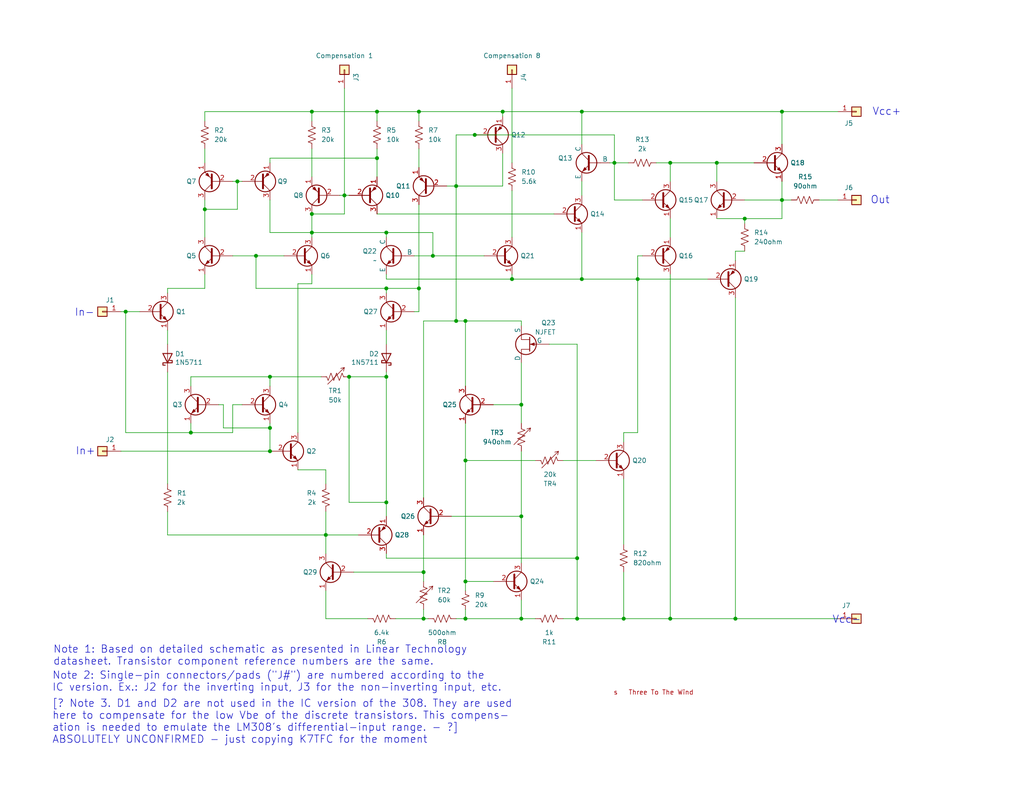
<source format=kicad_sch>
(kicad_sch
	(version 20231120)
	(generator "eeschema")
	(generator_version "8.0")
	(uuid "f8cfd3aa-e4ff-4f9d-9bf9-0adf19203b52")
	(paper "USLetter")
	(title_block
		(title "308 Op-Amp / Discrete Components - DIYrf/K7TFC Template")
		(date "2024-04-20")
		(rev "A")
	)
	(lib_symbols
		(symbol "Connector_Generic:Conn_01x01"
			(pin_names
				(offset 1.016) hide)
			(exclude_from_sim no)
			(in_bom yes)
			(on_board yes)
			(property "Reference" "J"
				(at 0 2.54 0)
				(effects
					(font
						(size 1.27 1.27)
					)
				)
			)
			(property "Value" "Conn_01x01"
				(at 0 -2.54 0)
				(effects
					(font
						(size 1.27 1.27)
					)
				)
			)
			(property "Footprint" ""
				(at 0 0 0)
				(effects
					(font
						(size 1.27 1.27)
					)
					(hide yes)
				)
			)
			(property "Datasheet" "~"
				(at 0 0 0)
				(effects
					(font
						(size 1.27 1.27)
					)
					(hide yes)
				)
			)
			(property "Description" "Generic connector, single row, 01x01, script generated (kicad-library-utils/schlib/autogen/connector/)"
				(at 0 0 0)
				(effects
					(font
						(size 1.27 1.27)
					)
					(hide yes)
				)
			)
			(property "ki_keywords" "connector"
				(at 0 0 0)
				(effects
					(font
						(size 1.27 1.27)
					)
					(hide yes)
				)
			)
			(property "ki_fp_filters" "Connector*:*_1x??_*"
				(at 0 0 0)
				(effects
					(font
						(size 1.27 1.27)
					)
					(hide yes)
				)
			)
			(symbol "Conn_01x01_1_1"
				(rectangle
					(start -1.27 0.127)
					(end 0 -0.127)
					(stroke
						(width 0.1524)
						(type default)
					)
					(fill
						(type none)
					)
				)
				(rectangle
					(start -1.27 1.27)
					(end 1.27 -1.27)
					(stroke
						(width 0.254)
						(type default)
					)
					(fill
						(type background)
					)
				)
				(pin passive line
					(at -5.08 0 0)
					(length 3.81)
					(name "Pin_1"
						(effects
							(font
								(size 1.27 1.27)
							)
						)
					)
					(number "1"
						(effects
							(font
								(size 1.27 1.27)
							)
						)
					)
				)
			)
		)
		(symbol "Device:R_Small_US"
			(pin_numbers hide)
			(pin_names
				(offset 0.254) hide)
			(exclude_from_sim no)
			(in_bom yes)
			(on_board yes)
			(property "Reference" "R"
				(at 0.762 0.508 0)
				(effects
					(font
						(size 1.27 1.27)
					)
					(justify left)
				)
			)
			(property "Value" "R_Small_US"
				(at 0.762 -1.016 0)
				(effects
					(font
						(size 1.27 1.27)
					)
					(justify left)
				)
			)
			(property "Footprint" ""
				(at 0 0 0)
				(effects
					(font
						(size 1.27 1.27)
					)
					(hide yes)
				)
			)
			(property "Datasheet" "~"
				(at 0 0 0)
				(effects
					(font
						(size 1.27 1.27)
					)
					(hide yes)
				)
			)
			(property "Description" "Resistor, small US symbol"
				(at 0 0 0)
				(effects
					(font
						(size 1.27 1.27)
					)
					(hide yes)
				)
			)
			(property "ki_keywords" "r resistor"
				(at 0 0 0)
				(effects
					(font
						(size 1.27 1.27)
					)
					(hide yes)
				)
			)
			(property "ki_fp_filters" "R_*"
				(at 0 0 0)
				(effects
					(font
						(size 1.27 1.27)
					)
					(hide yes)
				)
			)
			(symbol "R_Small_US_1_1"
				(polyline
					(pts
						(xy 0 0) (xy 1.016 -0.381) (xy 0 -0.762) (xy -1.016 -1.143) (xy 0 -1.524)
					)
					(stroke
						(width 0)
						(type default)
					)
					(fill
						(type none)
					)
				)
				(polyline
					(pts
						(xy 0 1.524) (xy 1.016 1.143) (xy 0 0.762) (xy -1.016 0.381) (xy 0 0)
					)
					(stroke
						(width 0)
						(type default)
					)
					(fill
						(type none)
					)
				)
				(pin passive line
					(at 0 2.54 270)
					(length 1.016)
					(name "~"
						(effects
							(font
								(size 1.27 1.27)
							)
						)
					)
					(number "1"
						(effects
							(font
								(size 1.27 1.27)
							)
						)
					)
				)
				(pin passive line
					(at 0 -2.54 90)
					(length 1.016)
					(name "~"
						(effects
							(font
								(size 1.27 1.27)
							)
						)
					)
					(number "2"
						(effects
							(font
								(size 1.27 1.27)
							)
						)
					)
				)
			)
		)
		(symbol "Device:R_US"
			(pin_numbers hide)
			(pin_names
				(offset 0)
			)
			(exclude_from_sim no)
			(in_bom yes)
			(on_board yes)
			(property "Reference" "R"
				(at 2.54 0 90)
				(effects
					(font
						(size 1.27 1.27)
					)
				)
			)
			(property "Value" "R_US"
				(at -2.54 0 90)
				(effects
					(font
						(size 1.27 1.27)
					)
				)
			)
			(property "Footprint" ""
				(at 1.016 -0.254 90)
				(effects
					(font
						(size 1.27 1.27)
					)
					(hide yes)
				)
			)
			(property "Datasheet" "~"
				(at 0 0 0)
				(effects
					(font
						(size 1.27 1.27)
					)
					(hide yes)
				)
			)
			(property "Description" "Resistor, US symbol"
				(at 0 0 0)
				(effects
					(font
						(size 1.27 1.27)
					)
					(hide yes)
				)
			)
			(property "ki_keywords" "R res resistor"
				(at 0 0 0)
				(effects
					(font
						(size 1.27 1.27)
					)
					(hide yes)
				)
			)
			(property "ki_fp_filters" "R_*"
				(at 0 0 0)
				(effects
					(font
						(size 1.27 1.27)
					)
					(hide yes)
				)
			)
			(symbol "R_US_0_1"
				(polyline
					(pts
						(xy 0 -2.286) (xy 0 -2.54)
					)
					(stroke
						(width 0)
						(type default)
					)
					(fill
						(type none)
					)
				)
				(polyline
					(pts
						(xy 0 2.286) (xy 0 2.54)
					)
					(stroke
						(width 0)
						(type default)
					)
					(fill
						(type none)
					)
				)
				(polyline
					(pts
						(xy 0 -0.762) (xy 1.016 -1.143) (xy 0 -1.524) (xy -1.016 -1.905) (xy 0 -2.286)
					)
					(stroke
						(width 0)
						(type default)
					)
					(fill
						(type none)
					)
				)
				(polyline
					(pts
						(xy 0 0.762) (xy 1.016 0.381) (xy 0 0) (xy -1.016 -0.381) (xy 0 -0.762)
					)
					(stroke
						(width 0)
						(type default)
					)
					(fill
						(type none)
					)
				)
				(polyline
					(pts
						(xy 0 2.286) (xy 1.016 1.905) (xy 0 1.524) (xy -1.016 1.143) (xy 0 0.762)
					)
					(stroke
						(width 0)
						(type default)
					)
					(fill
						(type none)
					)
				)
			)
			(symbol "R_US_1_1"
				(pin passive line
					(at 0 3.81 270)
					(length 1.27)
					(name "~"
						(effects
							(font
								(size 1.27 1.27)
							)
						)
					)
					(number "1"
						(effects
							(font
								(size 1.27 1.27)
							)
						)
					)
				)
				(pin passive line
					(at 0 -3.81 90)
					(length 1.27)
					(name "~"
						(effects
							(font
								(size 1.27 1.27)
							)
						)
					)
					(number "2"
						(effects
							(font
								(size 1.27 1.27)
							)
						)
					)
				)
			)
		)
		(symbol "Device:R_Variable_US"
			(pin_numbers hide)
			(pin_names
				(offset 0)
			)
			(exclude_from_sim no)
			(in_bom yes)
			(on_board yes)
			(property "Reference" "R"
				(at 2.54 -2.54 90)
				(effects
					(font
						(size 1.27 1.27)
					)
					(justify left)
				)
			)
			(property "Value" "R_Variable_US"
				(at -2.54 -1.27 90)
				(effects
					(font
						(size 1.27 1.27)
					)
					(justify left)
				)
			)
			(property "Footprint" ""
				(at -1.778 0 90)
				(effects
					(font
						(size 1.27 1.27)
					)
					(hide yes)
				)
			)
			(property "Datasheet" "~"
				(at 0 0 0)
				(effects
					(font
						(size 1.27 1.27)
					)
					(hide yes)
				)
			)
			(property "Description" "Variable resistor, US symbol"
				(at 0 0 0)
				(effects
					(font
						(size 1.27 1.27)
					)
					(hide yes)
				)
			)
			(property "ki_keywords" "R res resistor variable potentiometer rheostat"
				(at 0 0 0)
				(effects
					(font
						(size 1.27 1.27)
					)
					(hide yes)
				)
			)
			(property "ki_fp_filters" "R_*"
				(at 0 0 0)
				(effects
					(font
						(size 1.27 1.27)
					)
					(hide yes)
				)
			)
			(symbol "R_Variable_US_0_1"
				(polyline
					(pts
						(xy 0 -2.286) (xy 0 -2.54)
					)
					(stroke
						(width 0)
						(type default)
					)
					(fill
						(type none)
					)
				)
				(polyline
					(pts
						(xy 0 2.286) (xy 0 2.54)
					)
					(stroke
						(width 0)
						(type default)
					)
					(fill
						(type none)
					)
				)
				(polyline
					(pts
						(xy 0 -0.762) (xy 1.016 -1.143) (xy 0 -1.524) (xy -1.016 -1.905) (xy 0 -2.286)
					)
					(stroke
						(width 0)
						(type default)
					)
					(fill
						(type none)
					)
				)
				(polyline
					(pts
						(xy 0 0.762) (xy 1.016 0.381) (xy 0 0) (xy -1.016 -0.381) (xy 0 -0.762)
					)
					(stroke
						(width 0)
						(type default)
					)
					(fill
						(type none)
					)
				)
				(polyline
					(pts
						(xy 0 2.286) (xy 1.016 1.905) (xy 0 1.524) (xy -1.016 1.143) (xy 0 0.762)
					)
					(stroke
						(width 0.1524)
						(type default)
					)
					(fill
						(type none)
					)
				)
				(polyline
					(pts
						(xy 2.286 1.524) (xy 2.54 2.54) (xy 1.524 2.286) (xy 2.54 2.54) (xy -2.032 -2.032)
					)
					(stroke
						(width 0.1524)
						(type default)
					)
					(fill
						(type none)
					)
				)
			)
			(symbol "R_Variable_US_1_1"
				(pin passive line
					(at 0 3.81 270)
					(length 1.27)
					(name "~"
						(effects
							(font
								(size 1.27 1.27)
							)
						)
					)
					(number "1"
						(effects
							(font
								(size 1.27 1.27)
							)
						)
					)
				)
				(pin passive line
					(at 0 -3.81 90)
					(length 1.27)
					(name "~"
						(effects
							(font
								(size 1.27 1.27)
							)
						)
					)
					(number "2"
						(effects
							(font
								(size 1.27 1.27)
							)
						)
					)
				)
			)
		)
		(symbol "Diode:1N5711"
			(pin_numbers hide)
			(pin_names
				(offset 1.016) hide)
			(exclude_from_sim no)
			(in_bom yes)
			(on_board yes)
			(property "Reference" "D"
				(at 0 2.54 0)
				(effects
					(font
						(size 1.27 1.27)
					)
				)
			)
			(property "Value" "1N5711"
				(at 0 -2.54 0)
				(effects
					(font
						(size 1.27 1.27)
					)
				)
			)
			(property "Footprint" "Diode_THT:D_DO-35_SOD27_P7.62mm_Horizontal"
				(at 0 -4.445 0)
				(effects
					(font
						(size 1.27 1.27)
					)
					(hide yes)
				)
			)
			(property "Datasheet" "https://www.microsemi.com/document-portal/doc_download/8865-lds-0040-datasheet"
				(at 0 0 0)
				(effects
					(font
						(size 1.27 1.27)
					)
					(hide yes)
				)
			)
			(property "Description" "70V 33mA Schottky diode, DO-35"
				(at 0 0 0)
				(effects
					(font
						(size 1.27 1.27)
					)
					(hide yes)
				)
			)
			(property "ki_keywords" "diode Schottky"
				(at 0 0 0)
				(effects
					(font
						(size 1.27 1.27)
					)
					(hide yes)
				)
			)
			(property "ki_fp_filters" "D*DO?35*"
				(at 0 0 0)
				(effects
					(font
						(size 1.27 1.27)
					)
					(hide yes)
				)
			)
			(symbol "1N5711_0_1"
				(polyline
					(pts
						(xy 1.27 0) (xy -1.27 0)
					)
					(stroke
						(width 0)
						(type default)
					)
					(fill
						(type none)
					)
				)
				(polyline
					(pts
						(xy 1.27 1.27) (xy 1.27 -1.27) (xy -1.27 0) (xy 1.27 1.27)
					)
					(stroke
						(width 0.254)
						(type default)
					)
					(fill
						(type none)
					)
				)
				(polyline
					(pts
						(xy -1.905 0.635) (xy -1.905 1.27) (xy -1.27 1.27) (xy -1.27 -1.27) (xy -0.635 -1.27) (xy -0.635 -0.635)
					)
					(stroke
						(width 0.254)
						(type default)
					)
					(fill
						(type none)
					)
				)
			)
			(symbol "1N5711_1_1"
				(pin passive line
					(at -3.81 0 0)
					(length 2.54)
					(name "K"
						(effects
							(font
								(size 1.27 1.27)
							)
						)
					)
					(number "1"
						(effects
							(font
								(size 1.27 1.27)
							)
						)
					)
				)
				(pin passive line
					(at 3.81 0 180)
					(length 2.54)
					(name "A"
						(effects
							(font
								(size 1.27 1.27)
							)
						)
					)
					(number "2"
						(effects
							(font
								(size 1.27 1.27)
							)
						)
					)
				)
			)
		)
		(symbol "Simulation_SPICE:NJFET"
			(pin_numbers hide)
			(pin_names
				(offset 0)
			)
			(exclude_from_sim no)
			(in_bom yes)
			(on_board yes)
			(property "Reference" "Q"
				(at 5.08 1.27 0)
				(effects
					(font
						(size 1.27 1.27)
					)
					(justify left)
				)
			)
			(property "Value" "NJFET"
				(at 5.08 -1.27 0)
				(effects
					(font
						(size 1.27 1.27)
					)
					(justify left)
				)
			)
			(property "Footprint" ""
				(at 5.08 2.54 0)
				(effects
					(font
						(size 1.27 1.27)
					)
					(hide yes)
				)
			)
			(property "Datasheet" "https://ngspice.sourceforge.io/docs/ngspice-html-manual/manual.xhtml#cha_JFETs"
				(at 0 0 0)
				(effects
					(font
						(size 1.27 1.27)
					)
					(hide yes)
				)
			)
			(property "Description" "N-JFET transistor, for simulation only"
				(at 0 0 0)
				(effects
					(font
						(size 1.27 1.27)
					)
					(hide yes)
				)
			)
			(property "Sim.Device" "NJFET"
				(at 0 0 0)
				(effects
					(font
						(size 1.27 1.27)
					)
					(hide yes)
				)
			)
			(property "Sim.Type" "SHICHMANHODGES"
				(at 0 0 0)
				(effects
					(font
						(size 1.27 1.27)
					)
					(hide yes)
				)
			)
			(property "Sim.Pins" "1=D 2=G 3=S"
				(at 0 0 0)
				(effects
					(font
						(size 1.27 1.27)
					)
					(hide yes)
				)
			)
			(property "ki_keywords" "transistor NJFET N-JFET"
				(at 0 0 0)
				(effects
					(font
						(size 1.27 1.27)
					)
					(hide yes)
				)
			)
			(symbol "NJFET_0_1"
				(polyline
					(pts
						(xy 0.254 1.905) (xy 0.254 -1.905) (xy 0.254 -1.905)
					)
					(stroke
						(width 0.254)
						(type default)
					)
					(fill
						(type none)
					)
				)
				(polyline
					(pts
						(xy 2.54 -2.54) (xy 2.54 -1.27) (xy 0.254 -1.27)
					)
					(stroke
						(width 0)
						(type default)
					)
					(fill
						(type none)
					)
				)
				(polyline
					(pts
						(xy 2.54 2.54) (xy 2.54 1.397) (xy 0.254 1.397)
					)
					(stroke
						(width 0)
						(type default)
					)
					(fill
						(type none)
					)
				)
				(polyline
					(pts
						(xy 0 0) (xy -1.016 0.381) (xy -1.016 -0.381) (xy 0 0)
					)
					(stroke
						(width 0)
						(type default)
					)
					(fill
						(type outline)
					)
				)
				(circle
					(center 1.27 0)
					(radius 2.8194)
					(stroke
						(width 0.254)
						(type default)
					)
					(fill
						(type none)
					)
				)
			)
			(symbol "NJFET_1_1"
				(pin passive line
					(at 2.54 5.08 270)
					(length 2.54)
					(name "D"
						(effects
							(font
								(size 1.27 1.27)
							)
						)
					)
					(number "1"
						(effects
							(font
								(size 1.27 1.27)
							)
						)
					)
				)
				(pin input line
					(at -5.08 0 0)
					(length 5.334)
					(name "G"
						(effects
							(font
								(size 1.27 1.27)
							)
						)
					)
					(number "2"
						(effects
							(font
								(size 1.27 1.27)
							)
						)
					)
				)
				(pin passive line
					(at 2.54 -5.08 90)
					(length 2.54)
					(name "S"
						(effects
							(font
								(size 1.27 1.27)
							)
						)
					)
					(number "3"
						(effects
							(font
								(size 1.27 1.27)
							)
						)
					)
				)
			)
		)
		(symbol "Simulation_SPICE:NPN"
			(pin_numbers hide)
			(pin_names
				(offset 0)
			)
			(exclude_from_sim no)
			(in_bom yes)
			(on_board yes)
			(property "Reference" "Q"
				(at -2.54 7.62 0)
				(effects
					(font
						(size 1.27 1.27)
					)
				)
			)
			(property "Value" "NPN"
				(at -2.54 5.08 0)
				(effects
					(font
						(size 1.27 1.27)
					)
				)
			)
			(property "Footprint" ""
				(at 63.5 0 0)
				(effects
					(font
						(size 1.27 1.27)
					)
					(hide yes)
				)
			)
			(property "Datasheet" "https://ngspice.sourceforge.io/docs/ngspice-html-manual/manual.xhtml#cha_BJTs"
				(at 63.5 0 0)
				(effects
					(font
						(size 1.27 1.27)
					)
					(hide yes)
				)
			)
			(property "Description" "Bipolar transistor symbol for simulation only, substrate tied to the emitter"
				(at 0 0 0)
				(effects
					(font
						(size 1.27 1.27)
					)
					(hide yes)
				)
			)
			(property "Sim.Device" "NPN"
				(at 0 0 0)
				(effects
					(font
						(size 1.27 1.27)
					)
					(hide yes)
				)
			)
			(property "Sim.Type" "GUMMELPOON"
				(at 0 0 0)
				(effects
					(font
						(size 1.27 1.27)
					)
					(hide yes)
				)
			)
			(property "Sim.Pins" "1=C 2=B 3=E"
				(at 0 0 0)
				(effects
					(font
						(size 1.27 1.27)
					)
					(hide yes)
				)
			)
			(property "ki_keywords" "simulation"
				(at 0 0 0)
				(effects
					(font
						(size 1.27 1.27)
					)
					(hide yes)
				)
			)
			(symbol "NPN_0_1"
				(polyline
					(pts
						(xy -2.54 0) (xy 0.635 0)
					)
					(stroke
						(width 0.1524)
						(type default)
					)
					(fill
						(type none)
					)
				)
				(polyline
					(pts
						(xy 0.635 0.635) (xy 2.54 2.54)
					)
					(stroke
						(width 0)
						(type default)
					)
					(fill
						(type none)
					)
				)
				(polyline
					(pts
						(xy 2.794 -1.27) (xy 2.794 -1.27)
					)
					(stroke
						(width 0.1524)
						(type default)
					)
					(fill
						(type none)
					)
				)
				(polyline
					(pts
						(xy 2.794 -1.27) (xy 2.794 -1.27)
					)
					(stroke
						(width 0.1524)
						(type default)
					)
					(fill
						(type none)
					)
				)
				(polyline
					(pts
						(xy 0.635 -0.635) (xy 2.54 -2.54) (xy 2.54 -2.54)
					)
					(stroke
						(width 0)
						(type default)
					)
					(fill
						(type none)
					)
				)
				(polyline
					(pts
						(xy 0.635 1.905) (xy 0.635 -1.905) (xy 0.635 -1.905)
					)
					(stroke
						(width 0.508)
						(type default)
					)
					(fill
						(type none)
					)
				)
				(polyline
					(pts
						(xy 1.27 -1.778) (xy 1.778 -1.27) (xy 2.286 -2.286) (xy 1.27 -1.778) (xy 1.27 -1.778)
					)
					(stroke
						(width 0)
						(type default)
					)
					(fill
						(type outline)
					)
				)
				(circle
					(center 1.27 0)
					(radius 2.8194)
					(stroke
						(width 0.254)
						(type default)
					)
					(fill
						(type none)
					)
				)
			)
			(symbol "NPN_1_1"
				(pin open_collector line
					(at 2.54 5.08 270)
					(length 2.54)
					(name "C"
						(effects
							(font
								(size 1.27 1.27)
							)
						)
					)
					(number "1"
						(effects
							(font
								(size 1.27 1.27)
							)
						)
					)
				)
				(pin input line
					(at -5.08 0 0)
					(length 2.54)
					(name "B"
						(effects
							(font
								(size 1.27 1.27)
							)
						)
					)
					(number "2"
						(effects
							(font
								(size 1.27 1.27)
							)
						)
					)
				)
				(pin open_emitter line
					(at 2.54 -5.08 90)
					(length 2.54)
					(name "E"
						(effects
							(font
								(size 1.27 1.27)
							)
						)
					)
					(number "3"
						(effects
							(font
								(size 1.27 1.27)
							)
						)
					)
				)
			)
		)
		(symbol "Transistor_BJT:2N3904"
			(pin_names
				(offset 0) hide)
			(exclude_from_sim no)
			(in_bom yes)
			(on_board yes)
			(property "Reference" "Q"
				(at 5.08 1.905 0)
				(effects
					(font
						(size 1.27 1.27)
					)
					(justify left)
				)
			)
			(property "Value" "2N3904"
				(at 5.08 0 0)
				(effects
					(font
						(size 1.27 1.27)
					)
					(justify left)
				)
			)
			(property "Footprint" "Package_TO_SOT_THT:TO-92_Inline"
				(at 5.08 -1.905 0)
				(effects
					(font
						(size 1.27 1.27)
						(italic yes)
					)
					(justify left)
					(hide yes)
				)
			)
			(property "Datasheet" "https://www.onsemi.com/pub/Collateral/2N3903-D.PDF"
				(at 0 0 0)
				(effects
					(font
						(size 1.27 1.27)
					)
					(justify left)
					(hide yes)
				)
			)
			(property "Description" "0.2A Ic, 40V Vce, Small Signal NPN Transistor, TO-92"
				(at 0 0 0)
				(effects
					(font
						(size 1.27 1.27)
					)
					(hide yes)
				)
			)
			(property "ki_keywords" "NPN Transistor"
				(at 0 0 0)
				(effects
					(font
						(size 1.27 1.27)
					)
					(hide yes)
				)
			)
			(property "ki_fp_filters" "TO?92*"
				(at 0 0 0)
				(effects
					(font
						(size 1.27 1.27)
					)
					(hide yes)
				)
			)
			(symbol "2N3904_0_1"
				(polyline
					(pts
						(xy 0.635 0.635) (xy 2.54 2.54)
					)
					(stroke
						(width 0)
						(type default)
					)
					(fill
						(type none)
					)
				)
				(polyline
					(pts
						(xy 0.635 -0.635) (xy 2.54 -2.54) (xy 2.54 -2.54)
					)
					(stroke
						(width 0)
						(type default)
					)
					(fill
						(type none)
					)
				)
				(polyline
					(pts
						(xy 0.635 1.905) (xy 0.635 -1.905) (xy 0.635 -1.905)
					)
					(stroke
						(width 0.508)
						(type default)
					)
					(fill
						(type none)
					)
				)
				(polyline
					(pts
						(xy 1.27 -1.778) (xy 1.778 -1.27) (xy 2.286 -2.286) (xy 1.27 -1.778) (xy 1.27 -1.778)
					)
					(stroke
						(width 0)
						(type default)
					)
					(fill
						(type outline)
					)
				)
				(circle
					(center 1.27 0)
					(radius 2.8194)
					(stroke
						(width 0.254)
						(type default)
					)
					(fill
						(type none)
					)
				)
			)
			(symbol "2N3904_1_1"
				(pin passive line
					(at 2.54 -5.08 90)
					(length 2.54)
					(name "E"
						(effects
							(font
								(size 1.27 1.27)
							)
						)
					)
					(number "1"
						(effects
							(font
								(size 1.27 1.27)
							)
						)
					)
				)
				(pin passive line
					(at -5.08 0 0)
					(length 5.715)
					(name "B"
						(effects
							(font
								(size 1.27 1.27)
							)
						)
					)
					(number "2"
						(effects
							(font
								(size 1.27 1.27)
							)
						)
					)
				)
				(pin passive line
					(at 2.54 5.08 270)
					(length 2.54)
					(name "C"
						(effects
							(font
								(size 1.27 1.27)
							)
						)
					)
					(number "3"
						(effects
							(font
								(size 1.27 1.27)
							)
						)
					)
				)
			)
		)
		(symbol "Transistor_BJT:2N3906"
			(pin_names
				(offset 0) hide)
			(exclude_from_sim no)
			(in_bom yes)
			(on_board yes)
			(property "Reference" "Q"
				(at 5.08 1.905 0)
				(effects
					(font
						(size 1.27 1.27)
					)
					(justify left)
				)
			)
			(property "Value" "2N3906"
				(at 5.08 0 0)
				(effects
					(font
						(size 1.27 1.27)
					)
					(justify left)
				)
			)
			(property "Footprint" "Package_TO_SOT_THT:TO-92_Inline"
				(at 5.08 -1.905 0)
				(effects
					(font
						(size 1.27 1.27)
						(italic yes)
					)
					(justify left)
					(hide yes)
				)
			)
			(property "Datasheet" "https://www.onsemi.com/pub/Collateral/2N3906-D.PDF"
				(at 0 0 0)
				(effects
					(font
						(size 1.27 1.27)
					)
					(justify left)
					(hide yes)
				)
			)
			(property "Description" "-0.2A Ic, -40V Vce, Small Signal PNP Transistor, TO-92"
				(at 0 0 0)
				(effects
					(font
						(size 1.27 1.27)
					)
					(hide yes)
				)
			)
			(property "ki_keywords" "PNP Transistor"
				(at 0 0 0)
				(effects
					(font
						(size 1.27 1.27)
					)
					(hide yes)
				)
			)
			(property "ki_fp_filters" "TO?92*"
				(at 0 0 0)
				(effects
					(font
						(size 1.27 1.27)
					)
					(hide yes)
				)
			)
			(symbol "2N3906_0_1"
				(polyline
					(pts
						(xy 0.635 0.635) (xy 2.54 2.54)
					)
					(stroke
						(width 0)
						(type default)
					)
					(fill
						(type none)
					)
				)
				(polyline
					(pts
						(xy 0.635 -0.635) (xy 2.54 -2.54) (xy 2.54 -2.54)
					)
					(stroke
						(width 0)
						(type default)
					)
					(fill
						(type none)
					)
				)
				(polyline
					(pts
						(xy 0.635 1.905) (xy 0.635 -1.905) (xy 0.635 -1.905)
					)
					(stroke
						(width 0.508)
						(type default)
					)
					(fill
						(type none)
					)
				)
				(polyline
					(pts
						(xy 2.286 -1.778) (xy 1.778 -2.286) (xy 1.27 -1.27) (xy 2.286 -1.778) (xy 2.286 -1.778)
					)
					(stroke
						(width 0)
						(type default)
					)
					(fill
						(type outline)
					)
				)
				(circle
					(center 1.27 0)
					(radius 2.8194)
					(stroke
						(width 0.254)
						(type default)
					)
					(fill
						(type none)
					)
				)
			)
			(symbol "2N3906_1_1"
				(pin passive line
					(at 2.54 -5.08 90)
					(length 2.54)
					(name "E"
						(effects
							(font
								(size 1.27 1.27)
							)
						)
					)
					(number "1"
						(effects
							(font
								(size 1.27 1.27)
							)
						)
					)
				)
				(pin input line
					(at -5.08 0 0)
					(length 5.715)
					(name "B"
						(effects
							(font
								(size 1.27 1.27)
							)
						)
					)
					(number "2"
						(effects
							(font
								(size 1.27 1.27)
							)
						)
					)
				)
				(pin passive line
					(at 2.54 5.08 270)
					(length 2.54)
					(name "C"
						(effects
							(font
								(size 1.27 1.27)
							)
						)
					)
					(number "3"
						(effects
							(font
								(size 1.27 1.27)
							)
						)
					)
				)
			)
		)
	)
	(junction
		(at 142.24 140.97)
		(diameter 0)
		(color 0 0 0 0)
		(uuid "00a48861-fe51-47c3-96e6-f7d7fe98569d")
	)
	(junction
		(at 127 125.73)
		(diameter 0)
		(color 0 0 0 0)
		(uuid "06c2d161-38d0-4ffc-9673-967519c974da")
	)
	(junction
		(at 64.77 49.53)
		(diameter 0)
		(color 0 0 0 0)
		(uuid "0b1b887e-f928-4472-944d-2341e073dc22")
	)
	(junction
		(at 55.88 57.15)
		(diameter 0)
		(color 0 0 0 0)
		(uuid "0d43f5b3-8577-453b-ac62-330f94b26e4c")
	)
	(junction
		(at 73.66 116.84)
		(diameter 0)
		(color 0 0 0 0)
		(uuid "0d6b5277-6805-41e8-8952-dbf6779f141e")
	)
	(junction
		(at 85.09 58.42)
		(diameter 0)
		(color 0 0 0 0)
		(uuid "1cf84cdc-09ab-4efb-8750-14f0839efcd4")
	)
	(junction
		(at 93.98 53.34)
		(diameter 0)
		(color 0 0 0 0)
		(uuid "1fca676e-ae59-44b9-8e09-e7143ea6721e")
	)
	(junction
		(at 85.09 30.48)
		(diameter 0)
		(color 0 0 0 0)
		(uuid "22492983-d964-4da2-b904-616e4d56d452")
	)
	(junction
		(at 142.24 168.91)
		(diameter 0)
		(color 0 0 0 0)
		(uuid "27bbebbd-8cb0-42b4-8da4-fc9db2ce6922")
	)
	(junction
		(at 203.2 59.69)
		(diameter 0)
		(color 0 0 0 0)
		(uuid "3019bdde-1666-4472-b972-28f0225c37f2")
	)
	(junction
		(at 69.85 69.85)
		(diameter 0)
		(color 0 0 0 0)
		(uuid "32bbf22d-918d-41b7-ba93-26f91f989e57")
	)
	(junction
		(at 182.88 44.45)
		(diameter 0)
		(color 0 0 0 0)
		(uuid "3365decc-924f-4dc7-a86a-8e054316771e")
	)
	(junction
		(at 118.11 69.85)
		(diameter 0)
		(color 0 0 0 0)
		(uuid "3906d889-09eb-4e82-b44e-671977948a3a")
	)
	(junction
		(at 170.18 168.91)
		(diameter 0)
		(color 0 0 0 0)
		(uuid "4b012119-e9c1-4921-8b49-06f8391952ff")
	)
	(junction
		(at 88.9 146.05)
		(diameter 0)
		(color 0 0 0 0)
		(uuid "4c3cfba5-cd98-49a3-b326-de5ecf892fe6")
	)
	(junction
		(at 127 168.91)
		(diameter 0)
		(color 0 0 0 0)
		(uuid "517f6fc8-c3ac-4a1e-9a2d-e8850f2aaffa")
	)
	(junction
		(at 114.3 30.48)
		(diameter 0)
		(color 0 0 0 0)
		(uuid "55b84212-034d-454a-b0f7-884040cc6fbe")
	)
	(junction
		(at 137.16 30.48)
		(diameter 0)
		(color 0 0 0 0)
		(uuid "55f8e2ec-3c03-4e60-bd99-2c04d2391cca")
	)
	(junction
		(at 105.41 78.74)
		(diameter 0)
		(color 0 0 0 0)
		(uuid "59db6228-5a58-4231-9aee-87df50bd3cea")
	)
	(junction
		(at 129.54 36.83)
		(diameter 0)
		(color 0 0 0 0)
		(uuid "62c28b7d-ebe5-4f7a-b6d1-f8e4d6380b13")
	)
	(junction
		(at 213.36 54.61)
		(diameter 0)
		(color 0 0 0 0)
		(uuid "62e0a905-31aa-4bc9-9e72-c8824a48285c")
	)
	(junction
		(at 158.75 30.48)
		(diameter 0)
		(color 0 0 0 0)
		(uuid "641d2eec-fb54-42ab-8762-0c626d9958be")
	)
	(junction
		(at 73.66 102.87)
		(diameter 0)
		(color 0 0 0 0)
		(uuid "69f23afa-22bc-414a-bc5f-8bbd64359fd0")
	)
	(junction
		(at 127 87.63)
		(diameter 0)
		(color 0 0 0 0)
		(uuid "6ff5fa55-bb09-47c0-a2c2-1d52f991d37c")
	)
	(junction
		(at 213.36 30.48)
		(diameter 0)
		(color 0 0 0 0)
		(uuid "722a09bb-abd5-4acf-ac8d-63551f4ae0f6")
	)
	(junction
		(at 124.46 50.8)
		(diameter 0)
		(color 0 0 0 0)
		(uuid "7300c9ee-c8c7-4a6f-b447-d8d75266aaf5")
	)
	(junction
		(at 102.87 30.48)
		(diameter 0)
		(color 0 0 0 0)
		(uuid "775455bb-bda7-48c2-844a-6748b4f87808")
	)
	(junction
		(at 105.41 137.16)
		(diameter 0)
		(color 0 0 0 0)
		(uuid "7e96d9f2-c047-42f7-b8c6-2bbae71db685")
	)
	(junction
		(at 114.3 78.74)
		(diameter 0)
		(color 0 0 0 0)
		(uuid "8582951a-0803-48ca-ab0b-99b3f02a2acc")
	)
	(junction
		(at 167.64 44.45)
		(diameter 0)
		(color 0 0 0 0)
		(uuid "8b7ce8c3-452e-493e-9e97-3bf105ecac63")
	)
	(junction
		(at 195.58 44.45)
		(diameter 0)
		(color 0 0 0 0)
		(uuid "98813ff6-a753-4aa5-8c26-028e8b894d7a")
	)
	(junction
		(at 157.48 152.4)
		(diameter 0)
		(color 0 0 0 0)
		(uuid "a1738000-7c2a-415a-9aaa-a65931828d73")
	)
	(junction
		(at 173.99 76.2)
		(diameter 0)
		(color 0 0 0 0)
		(uuid "a610c26b-5ca5-4309-9b6b-0b55b75648f7")
	)
	(junction
		(at 105.41 63.5)
		(diameter 0)
		(color 0 0 0 0)
		(uuid "abc8b6aa-80f9-44eb-9e89-cff59b64b357")
	)
	(junction
		(at 102.87 43.18)
		(diameter 0)
		(color 0 0 0 0)
		(uuid "ac47c007-c0d0-42fb-b968-f041174179dd")
	)
	(junction
		(at 52.07 118.11)
		(diameter 0)
		(color 0 0 0 0)
		(uuid "acbe52bd-7de2-44d5-8724-6026fb9a4364")
	)
	(junction
		(at 127 158.75)
		(diameter 0)
		(color 0 0 0 0)
		(uuid "b0b33276-6bb6-4960-b015-a72b532f6aeb")
	)
	(junction
		(at 182.88 168.91)
		(diameter 0)
		(color 0 0 0 0)
		(uuid "c804221f-f5a9-4aff-b4bc-39ee050f4b9b")
	)
	(junction
		(at 115.57 156.21)
		(diameter 0)
		(color 0 0 0 0)
		(uuid "cee51808-1e60-4030-9426-296b74760d71")
	)
	(junction
		(at 158.75 76.2)
		(diameter 0)
		(color 0 0 0 0)
		(uuid "cf3f3ffe-960e-4fea-9d78-8ade7e35faf3")
	)
	(junction
		(at 142.24 110.49)
		(diameter 0)
		(color 0 0 0 0)
		(uuid "de059d05-c71b-4820-8512-aa62dac6dc4e")
	)
	(junction
		(at 34.29 85.09)
		(diameter 0)
		(color 0 0 0 0)
		(uuid "df19fc94-e1bc-478f-84b3-6180127432be")
	)
	(junction
		(at 73.66 123.19)
		(diameter 0)
		(color 0 0 0 0)
		(uuid "df9efd65-0523-4e6e-b54b-318be5221439")
	)
	(junction
		(at 139.7 76.2)
		(diameter 0)
		(color 0 0 0 0)
		(uuid "e09869b8-f4d6-495a-bb04-82ce8af269ae")
	)
	(junction
		(at 124.46 87.63)
		(diameter 0)
		(color 0 0 0 0)
		(uuid "e122d473-29d4-454e-9aac-86ab7335560d")
	)
	(junction
		(at 105.41 102.87)
		(diameter 0)
		(color 0 0 0 0)
		(uuid "e605ea93-ceb7-4bce-837c-26b2cf6bef81")
	)
	(junction
		(at 115.57 168.91)
		(diameter 0)
		(color 0 0 0 0)
		(uuid "e62d39d6-c3cc-4a16-bf5a-66600c9d509c")
	)
	(junction
		(at 95.25 102.87)
		(diameter 0)
		(color 0 0 0 0)
		(uuid "e642619d-b737-4c99-9124-b344cd6ca5f5")
	)
	(junction
		(at 85.09 63.5)
		(diameter 0)
		(color 0 0 0 0)
		(uuid "fa08d73a-5d21-4441-a5a0-acdf31b0523c")
	)
	(junction
		(at 200.66 168.91)
		(diameter 0)
		(color 0 0 0 0)
		(uuid "fab46638-2b63-49f0-af3b-19c2a248691c")
	)
	(junction
		(at 157.48 168.91)
		(diameter 0)
		(color 0 0 0 0)
		(uuid "fca4f9ae-c19a-48d3-b7b6-12eccb5141db")
	)
	(wire
		(pts
			(xy 123.19 140.97) (xy 142.24 140.97)
		)
		(stroke
			(width 0)
			(type default)
		)
		(uuid "0059f7ea-d77a-4c4e-98cd-52234b996c91")
	)
	(wire
		(pts
			(xy 105.41 101.6) (xy 105.41 102.87)
		)
		(stroke
			(width 0)
			(type default)
		)
		(uuid "00d6d25b-c6db-4ac4-b23c-c9f86147fad9")
	)
	(wire
		(pts
			(xy 52.07 102.87) (xy 73.66 102.87)
		)
		(stroke
			(width 0)
			(type default)
		)
		(uuid "022960ee-644f-46a0-899d-822c01628b0c")
	)
	(wire
		(pts
			(xy 102.87 58.42) (xy 151.13 58.42)
		)
		(stroke
			(width 0)
			(type default)
		)
		(uuid "0415b629-3fdb-429f-a746-6067c71bd736")
	)
	(wire
		(pts
			(xy 137.16 30.48) (xy 137.16 31.75)
		)
		(stroke
			(width 0)
			(type default)
		)
		(uuid "08025614-bb41-4fd7-b846-3635a7364ee5")
	)
	(wire
		(pts
			(xy 182.88 44.45) (xy 179.07 44.45)
		)
		(stroke
			(width 0)
			(type default)
		)
		(uuid "08982e29-ef81-4fbc-8c1d-afdca4d03f2b")
	)
	(wire
		(pts
			(xy 113.03 69.85) (xy 118.11 69.85)
		)
		(stroke
			(width 0)
			(type default)
		)
		(uuid "0ac4f23e-f2b6-47a0-8ee3-bb651b8ad86b")
	)
	(wire
		(pts
			(xy 73.66 102.87) (xy 73.66 105.41)
		)
		(stroke
			(width 0)
			(type default)
		)
		(uuid "0bdb196f-e3e2-43a9-8695-2a16bbb0a9fa")
	)
	(wire
		(pts
			(xy 170.18 130.81) (xy 170.18 148.59)
		)
		(stroke
			(width 0)
			(type default)
		)
		(uuid "0c3c6667-2a7d-4c53-9149-8946a36c2c99")
	)
	(wire
		(pts
			(xy 102.87 30.48) (xy 102.87 33.02)
		)
		(stroke
			(width 0)
			(type default)
		)
		(uuid "0c6fcf2f-e522-4f92-a52d-8e4f05c98c75")
	)
	(wire
		(pts
			(xy 88.9 128.27) (xy 88.9 132.08)
		)
		(stroke
			(width 0)
			(type default)
		)
		(uuid "0e5d8667-59eb-4faf-88ff-a3ae5848797a")
	)
	(wire
		(pts
			(xy 158.75 30.48) (xy 213.36 30.48)
		)
		(stroke
			(width 0)
			(type default)
		)
		(uuid "17dc2c7e-4d90-4d37-93f2-92edece7ae8f")
	)
	(wire
		(pts
			(xy 142.24 140.97) (xy 142.24 153.67)
		)
		(stroke
			(width 0)
			(type default)
		)
		(uuid "197e0f49-8638-4128-b8fb-f4628b980c54")
	)
	(wire
		(pts
			(xy 88.9 139.7) (xy 88.9 146.05)
		)
		(stroke
			(width 0)
			(type default)
		)
		(uuid "1b544edc-a332-4554-be28-39c13ec5347b")
	)
	(wire
		(pts
			(xy 139.7 24.13) (xy 139.7 44.45)
		)
		(stroke
			(width 0)
			(type default)
		)
		(uuid "1d7a2cee-d4b7-4d95-985e-0bc9efd57d1c")
	)
	(wire
		(pts
			(xy 200.66 168.91) (xy 228.6 168.91)
		)
		(stroke
			(width 0)
			(type default)
		)
		(uuid "20f40500-9794-40b3-87b4-b7800c7aa091")
	)
	(wire
		(pts
			(xy 203.2 59.69) (xy 203.2 60.96)
		)
		(stroke
			(width 0)
			(type default)
		)
		(uuid "24ff325a-b3a2-4a69-b379-a5b938f65012")
	)
	(wire
		(pts
			(xy 73.66 102.87) (xy 87.63 102.87)
		)
		(stroke
			(width 0)
			(type default)
		)
		(uuid "252cb73c-69b3-4c7c-ae6b-2cbd71ca1ab4")
	)
	(wire
		(pts
			(xy 88.9 168.91) (xy 100.33 168.91)
		)
		(stroke
			(width 0)
			(type default)
		)
		(uuid "26b15ae9-1e2d-48c4-9294-80aa8a848679")
	)
	(wire
		(pts
			(xy 167.64 36.83) (xy 167.64 44.45)
		)
		(stroke
			(width 0)
			(type default)
		)
		(uuid "2ac72a4b-b250-494a-bb08-cb76a12388f2")
	)
	(wire
		(pts
			(xy 213.36 49.53) (xy 213.36 54.61)
		)
		(stroke
			(width 0)
			(type default)
		)
		(uuid "2caae9a4-829f-4840-9247-8bf72112e1ab")
	)
	(wire
		(pts
			(xy 85.09 63.5) (xy 85.09 64.77)
		)
		(stroke
			(width 0)
			(type default)
		)
		(uuid "2d050731-c0b1-4a43-93be-5b371fe1b8b7")
	)
	(wire
		(pts
			(xy 107.95 168.91) (xy 115.57 168.91)
		)
		(stroke
			(width 0)
			(type default)
		)
		(uuid "306e7e26-d138-404c-b669-b5acb53c96f2")
	)
	(wire
		(pts
			(xy 34.29 118.11) (xy 34.29 85.09)
		)
		(stroke
			(width 0)
			(type default)
		)
		(uuid "32061ad2-d77d-48f7-947b-563679f40749")
	)
	(wire
		(pts
			(xy 34.29 85.09) (xy 38.1 85.09)
		)
		(stroke
			(width 0)
			(type default)
		)
		(uuid "343df3e2-7720-4fa6-82d4-ec71da65f400")
	)
	(wire
		(pts
			(xy 88.9 146.05) (xy 97.79 146.05)
		)
		(stroke
			(width 0)
			(type default)
		)
		(uuid "34c67207-2f1c-4e81-8d97-9623e16e2fd0")
	)
	(wire
		(pts
			(xy 167.64 44.45) (xy 171.45 44.45)
		)
		(stroke
			(width 0)
			(type default)
		)
		(uuid "356761f5-5b4d-4f3a-af93-2cd5db28d556")
	)
	(wire
		(pts
			(xy 88.9 146.05) (xy 45.72 146.05)
		)
		(stroke
			(width 0)
			(type default)
		)
		(uuid "361cd1a5-16f2-45ba-8eb1-2471adb66278")
	)
	(wire
		(pts
			(xy 124.46 87.63) (xy 127 87.63)
		)
		(stroke
			(width 0)
			(type default)
		)
		(uuid "36a34c30-3c67-4de4-9ca8-dfce71bfe42a")
	)
	(wire
		(pts
			(xy 139.7 52.07) (xy 139.7 64.77)
		)
		(stroke
			(width 0)
			(type default)
		)
		(uuid "38413d88-2729-4d9f-baec-7194bd6aec1f")
	)
	(wire
		(pts
			(xy 124.46 36.83) (xy 124.46 50.8)
		)
		(stroke
			(width 0)
			(type default)
		)
		(uuid "3861ba00-ba26-4cd8-944c-ab821ec8e64c")
	)
	(wire
		(pts
			(xy 182.88 59.69) (xy 182.88 64.77)
		)
		(stroke
			(width 0)
			(type default)
		)
		(uuid "39fe4e99-6c89-4360-870e-e2c6fc83746b")
	)
	(wire
		(pts
			(xy 127 158.75) (xy 127 161.29)
		)
		(stroke
			(width 0)
			(type default)
		)
		(uuid "3cd6bfa4-bb4a-4c12-9a39-12c20a9db1d7")
	)
	(wire
		(pts
			(xy 69.85 69.85) (xy 77.47 69.85)
		)
		(stroke
			(width 0)
			(type default)
		)
		(uuid "3e191ecb-a977-46a2-af60-ab995f32b681")
	)
	(wire
		(pts
			(xy 45.72 139.7) (xy 45.72 146.05)
		)
		(stroke
			(width 0)
			(type default)
		)
		(uuid "3f5cfcc1-706d-432a-8c71-9ee8a94e4085")
	)
	(wire
		(pts
			(xy 93.98 53.34) (xy 93.98 58.42)
		)
		(stroke
			(width 0)
			(type default)
		)
		(uuid "4269ab60-d249-4912-81be-5ae6bfdf6278")
	)
	(wire
		(pts
			(xy 129.54 36.83) (xy 167.64 36.83)
		)
		(stroke
			(width 0)
			(type default)
		)
		(uuid "428a9089-766c-4f45-9d35-e4cc5d47bb6f")
	)
	(wire
		(pts
			(xy 105.41 152.4) (xy 105.41 151.13)
		)
		(stroke
			(width 0)
			(type default)
		)
		(uuid "4392eeae-a8eb-44e7-bbbe-e8968373022b")
	)
	(wire
		(pts
			(xy 73.66 54.61) (xy 73.66 63.5)
		)
		(stroke
			(width 0)
			(type default)
		)
		(uuid "4493d3dc-31cb-48f2-a0f3-e7a96b81b5ac")
	)
	(wire
		(pts
			(xy 63.5 110.49) (xy 66.04 110.49)
		)
		(stroke
			(width 0)
			(type default)
		)
		(uuid "4524a846-2d2a-4a7f-9d54-5b28477ebdc7")
	)
	(wire
		(pts
			(xy 182.88 168.91) (xy 200.66 168.91)
		)
		(stroke
			(width 0)
			(type default)
		)
		(uuid "45715dcc-6aa6-43e7-986d-4b34c752e81e")
	)
	(wire
		(pts
			(xy 105.41 78.74) (xy 114.3 78.74)
		)
		(stroke
			(width 0)
			(type default)
		)
		(uuid "45ea95d5-d41c-43e1-b36a-8f7073f050a8")
	)
	(wire
		(pts
			(xy 45.72 90.17) (xy 45.72 93.98)
		)
		(stroke
			(width 0)
			(type default)
		)
		(uuid "463f72c9-10a3-4e05-ae85-fe8084daad82")
	)
	(wire
		(pts
			(xy 170.18 118.11) (xy 170.18 120.65)
		)
		(stroke
			(width 0)
			(type default)
		)
		(uuid "4a064ec9-9dee-4c91-ab8a-78cc3c128dfe")
	)
	(wire
		(pts
			(xy 142.24 163.83) (xy 142.24 168.91)
		)
		(stroke
			(width 0)
			(type default)
		)
		(uuid "4a1f97fb-df65-4d19-965e-5eca03f9755b")
	)
	(wire
		(pts
			(xy 45.72 78.74) (xy 55.88 78.74)
		)
		(stroke
			(width 0)
			(type default)
		)
		(uuid "4bde9aaa-fea3-4ffa-8bc6-f4be38f649bc")
	)
	(wire
		(pts
			(xy 105.41 63.5) (xy 105.41 64.77)
		)
		(stroke
			(width 0)
			(type default)
		)
		(uuid "4c010bc5-0f68-45d0-bc9e-c99bb4ba7642")
	)
	(wire
		(pts
			(xy 102.87 40.64) (xy 102.87 43.18)
		)
		(stroke
			(width 0)
			(type default)
		)
		(uuid "5146c4e3-48b8-4bb8-a08b-4ba9da15a2df")
	)
	(wire
		(pts
			(xy 139.7 76.2) (xy 158.75 76.2)
		)
		(stroke
			(width 0)
			(type default)
		)
		(uuid "522f0fff-ecda-4e0d-a95e-3ef36a43d555")
	)
	(wire
		(pts
			(xy 195.58 44.45) (xy 205.74 44.45)
		)
		(stroke
			(width 0)
			(type default)
		)
		(uuid "5389692d-82bb-4977-8bbe-42879931169e")
	)
	(wire
		(pts
			(xy 81.28 128.27) (xy 88.9 128.27)
		)
		(stroke
			(width 0)
			(type default)
		)
		(uuid "53de2661-4d1f-4043-b0ed-4984b8c63f4d")
	)
	(wire
		(pts
			(xy 102.87 30.48) (xy 114.3 30.48)
		)
		(stroke
			(width 0)
			(type default)
		)
		(uuid "54716ef6-4201-4b62-86b5-38dd0c4d74e0")
	)
	(wire
		(pts
			(xy 34.29 118.11) (xy 52.07 118.11)
		)
		(stroke
			(width 0)
			(type default)
		)
		(uuid "54845e0d-fb0f-4439-868c-7351e92abab0")
	)
	(wire
		(pts
			(xy 73.66 44.45) (xy 73.66 43.18)
		)
		(stroke
			(width 0)
			(type default)
		)
		(uuid "5527fe99-841e-4414-814b-1cb2013425e1")
	)
	(wire
		(pts
			(xy 92.71 53.34) (xy 93.98 53.34)
		)
		(stroke
			(width 0)
			(type default)
		)
		(uuid "56041cdd-366e-4236-9c29-f98ef2a40ced")
	)
	(wire
		(pts
			(xy 200.66 68.58) (xy 200.66 71.12)
		)
		(stroke
			(width 0)
			(type default)
		)
		(uuid "5611fa94-1ae0-4094-b941-911c55c1fcf1")
	)
	(wire
		(pts
			(xy 105.41 152.4) (xy 157.48 152.4)
		)
		(stroke
			(width 0)
			(type default)
		)
		(uuid "5836899f-a0be-45c5-a8b8-eae8809ad88b")
	)
	(wire
		(pts
			(xy 158.75 49.53) (xy 158.75 53.34)
		)
		(stroke
			(width 0)
			(type default)
		)
		(uuid "586ea117-7550-4a9f-bbe3-ff6179c5cb52")
	)
	(wire
		(pts
			(xy 200.66 168.91) (xy 200.66 81.28)
		)
		(stroke
			(width 0)
			(type default)
		)
		(uuid "59ef40b0-0b19-4c57-b610-146e0f9ef8b7")
	)
	(wire
		(pts
			(xy 127 168.91) (xy 127 166.37)
		)
		(stroke
			(width 0)
			(type default)
		)
		(uuid "5b4fe472-846b-4815-aa16-d997aadf6abc")
	)
	(wire
		(pts
			(xy 213.36 30.48) (xy 228.6 30.48)
		)
		(stroke
			(width 0)
			(type default)
		)
		(uuid "5b8722e9-a42e-4a75-8bb4-f26673670c6a")
	)
	(wire
		(pts
			(xy 55.88 40.64) (xy 55.88 44.45)
		)
		(stroke
			(width 0)
			(type default)
		)
		(uuid "5c1fd72b-ed0a-4321-862b-b3b7717b5177")
	)
	(wire
		(pts
			(xy 85.09 40.64) (xy 85.09 48.26)
		)
		(stroke
			(width 0)
			(type default)
		)
		(uuid "5d1aa837-16c4-40b1-a80c-7c8552e3ff7a")
	)
	(wire
		(pts
			(xy 69.85 78.74) (xy 69.85 69.85)
		)
		(stroke
			(width 0)
			(type default)
		)
		(uuid "5eb9c32e-5025-48bc-a313-ae67fbffc3bf")
	)
	(wire
		(pts
			(xy 127 87.63) (xy 127 105.41)
		)
		(stroke
			(width 0)
			(type default)
		)
		(uuid "5fcb8ce6-7f98-46f9-b782-e3460831cc7c")
	)
	(wire
		(pts
			(xy 33.02 85.09) (xy 34.29 85.09)
		)
		(stroke
			(width 0)
			(type default)
		)
		(uuid "6026dfad-4812-47db-b737-376e93d18d89")
	)
	(wire
		(pts
			(xy 121.92 50.8) (xy 124.46 50.8)
		)
		(stroke
			(width 0)
			(type default)
		)
		(uuid "6338b194-49af-4c7c-9893-b91a3ae77d8d")
	)
	(wire
		(pts
			(xy 158.75 30.48) (xy 158.75 39.37)
		)
		(stroke
			(width 0)
			(type default)
		)
		(uuid "649f33bb-d26d-456c-9bf3-f092c7bab18e")
	)
	(wire
		(pts
			(xy 85.09 74.93) (xy 85.09 77.47)
		)
		(stroke
			(width 0)
			(type default)
		)
		(uuid "65ec0ca8-d625-4e56-a379-b3a84440b72b")
	)
	(wire
		(pts
			(xy 157.48 93.98) (xy 157.48 152.4)
		)
		(stroke
			(width 0)
			(type default)
		)
		(uuid "65fb85e5-f57e-4c1b-8fdb-9f2ce030b7c9")
	)
	(wire
		(pts
			(xy 158.75 63.5) (xy 158.75 76.2)
		)
		(stroke
			(width 0)
			(type default)
		)
		(uuid "660950e0-e4ed-47bf-9d7d-63b50736c72d")
	)
	(wire
		(pts
			(xy 102.87 43.18) (xy 102.87 48.26)
		)
		(stroke
			(width 0)
			(type default)
		)
		(uuid "67f40d04-3299-469c-8c74-d53fc563af02")
	)
	(wire
		(pts
			(xy 127 125.73) (xy 127 158.75)
		)
		(stroke
			(width 0)
			(type default)
		)
		(uuid "6877fa7c-a5d5-4fcc-ab4b-5de0f39ea10d")
	)
	(wire
		(pts
			(xy 85.09 63.5) (xy 105.41 63.5)
		)
		(stroke
			(width 0)
			(type default)
		)
		(uuid "699e73f4-5f65-4949-8631-9d82671ecb5c")
	)
	(wire
		(pts
			(xy 60.96 110.49) (xy 60.96 116.84)
		)
		(stroke
			(width 0)
			(type default)
		)
		(uuid "6a4d5ba5-9098-4740-8fd7-ce3f3ffa467e")
	)
	(wire
		(pts
			(xy 173.99 76.2) (xy 193.04 76.2)
		)
		(stroke
			(width 0)
			(type default)
		)
		(uuid "6aa8bc4c-ef6e-4676-8c73-1b19623fcf30")
	)
	(wire
		(pts
			(xy 105.41 90.17) (xy 105.41 93.98)
		)
		(stroke
			(width 0)
			(type default)
		)
		(uuid "6b6ac049-5996-4393-a3b8-7af1aee4e366")
	)
	(wire
		(pts
			(xy 55.88 30.48) (xy 55.88 33.02)
		)
		(stroke
			(width 0)
			(type default)
		)
		(uuid "6c1222c3-0cd4-4dc7-b013-c56ed3b55e9a")
	)
	(wire
		(pts
			(xy 105.41 76.2) (xy 105.41 74.93)
		)
		(stroke
			(width 0)
			(type default)
		)
		(uuid "6c1d4b8d-25dc-4e61-a75d-31d15985f37d")
	)
	(wire
		(pts
			(xy 127 125.73) (xy 146.05 125.73)
		)
		(stroke
			(width 0)
			(type default)
		)
		(uuid "6c2dac96-05fd-4193-bdc8-6755f50ad426")
	)
	(wire
		(pts
			(xy 127 168.91) (xy 142.24 168.91)
		)
		(stroke
			(width 0)
			(type default)
		)
		(uuid "748415a0-e314-416b-9d52-193143f17b88")
	)
	(wire
		(pts
			(xy 114.3 40.64) (xy 114.3 45.72)
		)
		(stroke
			(width 0)
			(type default)
		)
		(uuid "75812820-cf03-47e4-bd4b-ff64ebc2767c")
	)
	(wire
		(pts
			(xy 63.5 69.85) (xy 69.85 69.85)
		)
		(stroke
			(width 0)
			(type default)
		)
		(uuid "76750ee7-4e48-4fc2-bea4-79d463b15461")
	)
	(wire
		(pts
			(xy 114.3 55.88) (xy 114.3 78.74)
		)
		(stroke
			(width 0)
			(type default)
		)
		(uuid "78ba1e50-f0b0-432d-a8ee-9ae525e66f91")
	)
	(wire
		(pts
			(xy 105.41 137.16) (xy 105.41 140.97)
		)
		(stroke
			(width 0)
			(type default)
		)
		(uuid "79239019-7fbe-4078-bb43-b133965cd683")
	)
	(wire
		(pts
			(xy 124.46 36.83) (xy 129.54 36.83)
		)
		(stroke
			(width 0)
			(type default)
		)
		(uuid "7966cba1-2a20-4b2b-b83f-333751d01e4a")
	)
	(wire
		(pts
			(xy 55.88 57.15) (xy 55.88 64.77)
		)
		(stroke
			(width 0)
			(type default)
		)
		(uuid "7a27886d-f2cd-4c09-a824-7926cf9debd2")
	)
	(wire
		(pts
			(xy 137.16 50.8) (xy 137.16 41.91)
		)
		(stroke
			(width 0)
			(type default)
		)
		(uuid "7c1b8749-6b72-4e42-8727-9a1a4e8451df")
	)
	(wire
		(pts
			(xy 52.07 118.11) (xy 63.5 118.11)
		)
		(stroke
			(width 0)
			(type default)
		)
		(uuid "7dbbbe6c-b2b8-4f74-a47d-56340eea77ba")
	)
	(wire
		(pts
			(xy 153.67 168.91) (xy 157.48 168.91)
		)
		(stroke
			(width 0)
			(type default)
		)
		(uuid "7e40e20e-a9e5-493d-94e3-2e6718df0c21")
	)
	(wire
		(pts
			(xy 59.69 110.49) (xy 60.96 110.49)
		)
		(stroke
			(width 0)
			(type default)
		)
		(uuid "7e9e13b2-9f22-4ede-b28b-d858f9dabc3d")
	)
	(wire
		(pts
			(xy 137.16 30.48) (xy 158.75 30.48)
		)
		(stroke
			(width 0)
			(type default)
		)
		(uuid "806436e5-bf71-4122-bc1a-8f5c5ce63c31")
	)
	(wire
		(pts
			(xy 115.57 146.05) (xy 115.57 156.21)
		)
		(stroke
			(width 0)
			(type default)
		)
		(uuid "8064c650-f375-4fad-8232-133972a4a7c7")
	)
	(wire
		(pts
			(xy 124.46 168.91) (xy 127 168.91)
		)
		(stroke
			(width 0)
			(type default)
		)
		(uuid "807eb5dd-6359-42ac-8f70-c87391b5d684")
	)
	(wire
		(pts
			(xy 142.24 87.63) (xy 142.24 88.9)
		)
		(stroke
			(width 0)
			(type default)
		)
		(uuid "817531c9-6a04-469c-af09-e119f8e2bfc4")
	)
	(wire
		(pts
			(xy 142.24 168.91) (xy 146.05 168.91)
		)
		(stroke
			(width 0)
			(type default)
		)
		(uuid "82919bfc-febc-44dc-89f8-caad91dbb5ba")
	)
	(wire
		(pts
			(xy 175.26 69.85) (xy 173.99 69.85)
		)
		(stroke
			(width 0)
			(type default)
		)
		(uuid "83353080-ea32-4edb-9080-2fc2692b0a58")
	)
	(wire
		(pts
			(xy 52.07 115.57) (xy 52.07 118.11)
		)
		(stroke
			(width 0)
			(type default)
		)
		(uuid "85ebf282-7885-4afb-a9c5-ba3d86918037")
	)
	(wire
		(pts
			(xy 170.18 168.91) (xy 170.18 156.21)
		)
		(stroke
			(width 0)
			(type default)
		)
		(uuid "87771d88-8839-4b1e-a9c3-d422dff21031")
	)
	(wire
		(pts
			(xy 93.98 53.34) (xy 95.25 53.34)
		)
		(stroke
			(width 0)
			(type default)
		)
		(uuid "87b7b858-a7b7-412b-a308-ec47c0d9a758")
	)
	(wire
		(pts
			(xy 73.66 116.84) (xy 73.66 123.19)
		)
		(stroke
			(width 0)
			(type default)
		)
		(uuid "88fd1e45-5613-4508-997c-a1452caf010d")
	)
	(wire
		(pts
			(xy 45.72 78.74) (xy 45.72 80.01)
		)
		(stroke
			(width 0)
			(type default)
		)
		(uuid "89b0fce9-f39c-497a-b58e-4d7f31e7a849")
	)
	(wire
		(pts
			(xy 88.9 161.29) (xy 88.9 168.91)
		)
		(stroke
			(width 0)
			(type default)
		)
		(uuid "8c58b406-289c-46ed-81c4-af3fef45a001")
	)
	(wire
		(pts
			(xy 45.72 101.6) (xy 45.72 132.08)
		)
		(stroke
			(width 0)
			(type default)
		)
		(uuid "8c634d6b-13b6-4cef-b41d-5bd873027b83")
	)
	(wire
		(pts
			(xy 93.98 24.13) (xy 93.98 53.34)
		)
		(stroke
			(width 0)
			(type default)
		)
		(uuid "8cecf022-f89c-4310-bd13-90492e3b602b")
	)
	(wire
		(pts
			(xy 55.88 54.61) (xy 55.88 57.15)
		)
		(stroke
			(width 0)
			(type default)
		)
		(uuid "8d31c065-b923-4b0a-a95e-9eab5a623132")
	)
	(wire
		(pts
			(xy 157.48 152.4) (xy 157.48 168.91)
		)
		(stroke
			(width 0)
			(type default)
		)
		(uuid "90dfdfb6-f310-4469-885d-bcbde530724c")
	)
	(wire
		(pts
			(xy 95.25 102.87) (xy 95.25 137.16)
		)
		(stroke
			(width 0)
			(type default)
		)
		(uuid "9706e382-0b1f-4b70-8c21-c12fa8b9af16")
	)
	(wire
		(pts
			(xy 127 115.57) (xy 127 125.73)
		)
		(stroke
			(width 0)
			(type default)
		)
		(uuid "9bce04fd-6e3b-4be2-96aa-32a6bf66c8d2")
	)
	(wire
		(pts
			(xy 215.9 54.61) (xy 213.36 54.61)
		)
		(stroke
			(width 0)
			(type default)
		)
		(uuid "9d7fb839-475d-4036-a68b-23ccfe6a135a")
	)
	(wire
		(pts
			(xy 195.58 44.45) (xy 195.58 49.53)
		)
		(stroke
			(width 0)
			(type default)
		)
		(uuid "a1d95d3a-6c74-43a9-8086-3ae4f2131a3b")
	)
	(wire
		(pts
			(xy 182.88 44.45) (xy 195.58 44.45)
		)
		(stroke
			(width 0)
			(type default)
		)
		(uuid "a445c3de-585b-447f-aac7-db7d4e095b3c")
	)
	(wire
		(pts
			(xy 127 158.75) (xy 134.62 158.75)
		)
		(stroke
			(width 0)
			(type default)
		)
		(uuid "aa932824-c896-47cd-9cd5-b9ec7b573240")
	)
	(wire
		(pts
			(xy 73.66 43.18) (xy 102.87 43.18)
		)
		(stroke
			(width 0)
			(type default)
		)
		(uuid "abe29d70-ba60-48dc-8c04-39f3e5ed542f")
	)
	(wire
		(pts
			(xy 52.07 102.87) (xy 52.07 105.41)
		)
		(stroke
			(width 0)
			(type default)
		)
		(uuid "ac77a7a0-0701-4388-97f0-1c1831268151")
	)
	(wire
		(pts
			(xy 157.48 93.98) (xy 149.86 93.98)
		)
		(stroke
			(width 0)
			(type default)
		)
		(uuid "ae33fe39-76d0-48e3-a727-452203699504")
	)
	(wire
		(pts
			(xy 64.77 49.53) (xy 64.77 57.15)
		)
		(stroke
			(width 0)
			(type default)
		)
		(uuid "af3129f5-a3c7-429e-84c8-6a532a1eba8a")
	)
	(wire
		(pts
			(xy 213.36 54.61) (xy 213.36 59.69)
		)
		(stroke
			(width 0)
			(type default)
		)
		(uuid "b077f754-2fb2-4793-84fc-c17d024c692a")
	)
	(wire
		(pts
			(xy 142.24 87.63) (xy 127 87.63)
		)
		(stroke
			(width 0)
			(type default)
		)
		(uuid "b187a6d7-a8e8-4b96-8a11-eb93256c6d55")
	)
	(wire
		(pts
			(xy 173.99 69.85) (xy 173.99 76.2)
		)
		(stroke
			(width 0)
			(type default)
		)
		(uuid "b614e235-9993-4b62-a803-85207684a275")
	)
	(wire
		(pts
			(xy 195.58 59.69) (xy 203.2 59.69)
		)
		(stroke
			(width 0)
			(type default)
		)
		(uuid "b63610aa-d56e-49f7-b028-23e7d17ebc7e")
	)
	(wire
		(pts
			(xy 167.64 44.45) (xy 167.64 54.61)
		)
		(stroke
			(width 0)
			(type default)
		)
		(uuid "b7ed4171-42a1-43a5-a3d1-c429fa1f6d8b")
	)
	(wire
		(pts
			(xy 213.36 30.48) (xy 213.36 39.37)
		)
		(stroke
			(width 0)
			(type default)
		)
		(uuid "bbe2b327-aa6b-4e9b-bd71-7cd36d00da83")
	)
	(wire
		(pts
			(xy 55.88 30.48) (xy 85.09 30.48)
		)
		(stroke
			(width 0)
			(type default)
		)
		(uuid "bc3255b2-8675-4de5-854c-df66a2ee09dd")
	)
	(wire
		(pts
			(xy 115.57 166.37) (xy 115.57 168.91)
		)
		(stroke
			(width 0)
			(type default)
		)
		(uuid "bc627207-a9c5-4136-83cd-e79969c8fbd6")
	)
	(wire
		(pts
			(xy 158.75 76.2) (xy 173.99 76.2)
		)
		(stroke
			(width 0)
			(type default)
		)
		(uuid "be79253a-2356-49d2-adc7-acdcc41be5f8")
	)
	(wire
		(pts
			(xy 85.09 58.42) (xy 85.09 63.5)
		)
		(stroke
			(width 0)
			(type default)
		)
		(uuid "c1e185c5-3fc4-4c2e-af79-bf6087550ce0")
	)
	(wire
		(pts
			(xy 118.11 69.85) (xy 132.08 69.85)
		)
		(stroke
			(width 0)
			(type default)
		)
		(uuid "c21f34ec-c34b-4673-9ac7-cb824f557e07")
	)
	(wire
		(pts
			(xy 115.57 87.63) (xy 124.46 87.63)
		)
		(stroke
			(width 0)
			(type default)
		)
		(uuid "c25c6a96-5eb9-467c-8cc5-18f64093671a")
	)
	(wire
		(pts
			(xy 73.66 63.5) (xy 85.09 63.5)
		)
		(stroke
			(width 0)
			(type default)
		)
		(uuid "c4f758fa-cc57-485d-9fa4-3daed14418d0")
	)
	(wire
		(pts
			(xy 85.09 77.47) (xy 81.28 77.47)
		)
		(stroke
			(width 0)
			(type default)
		)
		(uuid "c52b82c2-da64-4dbe-bc17-563c4ea0b0fd")
	)
	(wire
		(pts
			(xy 73.66 115.57) (xy 73.66 116.84)
		)
		(stroke
			(width 0)
			(type default)
		)
		(uuid "c59b6107-62bf-4e0e-a8da-468d44e38c2a")
	)
	(wire
		(pts
			(xy 167.64 54.61) (xy 175.26 54.61)
		)
		(stroke
			(width 0)
			(type default)
		)
		(uuid "c5c3f263-004e-4e52-9aed-e78904f608ca")
	)
	(wire
		(pts
			(xy 114.3 85.09) (xy 113.03 85.09)
		)
		(stroke
			(width 0)
			(type default)
		)
		(uuid "c68c3a7a-1afa-46e2-8f13-e7550732376c")
	)
	(wire
		(pts
			(xy 55.88 74.93) (xy 55.88 78.74)
		)
		(stroke
			(width 0)
			(type default)
		)
		(uuid "c79d8ffd-bec0-4634-b577-1a30dd0e7a56")
	)
	(wire
		(pts
			(xy 139.7 74.93) (xy 139.7 76.2)
		)
		(stroke
			(width 0)
			(type default)
		)
		(uuid "c7e87cf9-3bd9-4419-94a1-ebe3f3a65fe7")
	)
	(wire
		(pts
			(xy 124.46 50.8) (xy 137.16 50.8)
		)
		(stroke
			(width 0)
			(type default)
		)
		(uuid "ca7428e8-a88a-4407-bcbd-1a69da72e5b9")
	)
	(wire
		(pts
			(xy 93.98 58.42) (xy 85.09 58.42)
		)
		(stroke
			(width 0)
			(type default)
		)
		(uuid "cabc5257-9634-4ea5-abbf-a26cb607d629")
	)
	(wire
		(pts
			(xy 85.09 30.48) (xy 102.87 30.48)
		)
		(stroke
			(width 0)
			(type default)
		)
		(uuid "ccd72bf5-1a5c-4785-802e-22123894ac46")
	)
	(wire
		(pts
			(xy 200.66 68.58) (xy 203.2 68.58)
		)
		(stroke
			(width 0)
			(type default)
		)
		(uuid "ceffa838-5002-4a14-b837-03d35b7ecd6f")
	)
	(wire
		(pts
			(xy 63.5 110.49) (xy 63.5 118.11)
		)
		(stroke
			(width 0)
			(type default)
		)
		(uuid "d1af719e-0ccd-4366-aac9-2754d79f379a")
	)
	(wire
		(pts
			(xy 118.11 63.5) (xy 105.41 63.5)
		)
		(stroke
			(width 0)
			(type default)
		)
		(uuid "d1ccb1dd-bb56-443d-8d52-fc68985efb67")
	)
	(wire
		(pts
			(xy 66.04 49.53) (xy 64.77 49.53)
		)
		(stroke
			(width 0)
			(type default)
		)
		(uuid "d2c9aebf-577d-4a49-9530-a1d05241dd70")
	)
	(wire
		(pts
			(xy 69.85 78.74) (xy 105.41 78.74)
		)
		(stroke
			(width 0)
			(type default)
		)
		(uuid "d5ec3fe0-c35e-4f5b-ac94-ea43e55d1db3")
	)
	(wire
		(pts
			(xy 142.24 115.57) (xy 142.24 110.49)
		)
		(stroke
			(width 0)
			(type default)
		)
		(uuid "d6be5e9f-884a-4b5b-a5d0-5da0c185d069")
	)
	(wire
		(pts
			(xy 173.99 118.11) (xy 173.99 76.2)
		)
		(stroke
			(width 0)
			(type default)
		)
		(uuid "d79c24a4-7a3c-40a1-9db2-84ded82ec5de")
	)
	(wire
		(pts
			(xy 60.96 116.84) (xy 73.66 116.84)
		)
		(stroke
			(width 0)
			(type default)
		)
		(uuid "d7b0fffd-ac96-47b1-bd8f-c2a55cf4a28d")
	)
	(wire
		(pts
			(xy 173.99 118.11) (xy 170.18 118.11)
		)
		(stroke
			(width 0)
			(type default)
		)
		(uuid "d7e63ac6-91cb-43af-b24b-6475fd7a078f")
	)
	(wire
		(pts
			(xy 115.57 158.75) (xy 115.57 156.21)
		)
		(stroke
			(width 0)
			(type default)
		)
		(uuid "d81e85b6-4227-46d7-9478-f0e93ad6a80e")
	)
	(wire
		(pts
			(xy 142.24 99.06) (xy 142.24 110.49)
		)
		(stroke
			(width 0)
			(type default)
		)
		(uuid "d82c21a8-a3fe-41b4-bd12-96eaa22f4cca")
	)
	(wire
		(pts
			(xy 64.77 57.15) (xy 55.88 57.15)
		)
		(stroke
			(width 0)
			(type default)
		)
		(uuid "d89d83ca-2ca6-47ca-926d-c8a03a9eba13")
	)
	(wire
		(pts
			(xy 203.2 59.69) (xy 213.36 59.69)
		)
		(stroke
			(width 0)
			(type default)
		)
		(uuid "d968a781-0322-42c4-896b-ae32646ff0f2")
	)
	(wire
		(pts
			(xy 118.11 69.85) (xy 118.11 63.5)
		)
		(stroke
			(width 0)
			(type default)
		)
		(uuid "ddddaeb9-4e3c-4a28-8f1a-86ca5960de89")
	)
	(wire
		(pts
			(xy 81.28 77.47) (xy 81.28 118.11)
		)
		(stroke
			(width 0)
			(type default)
		)
		(uuid "dfb418f7-5255-42f0-9ed5-06896e6f99a1")
	)
	(wire
		(pts
			(xy 114.3 30.48) (xy 114.3 33.02)
		)
		(stroke
			(width 0)
			(type default)
		)
		(uuid "e3bb13a2-b858-4695-9ff5-2c52774f55b6")
	)
	(wire
		(pts
			(xy 105.41 78.74) (xy 105.41 80.01)
		)
		(stroke
			(width 0)
			(type default)
		)
		(uuid "e49a5398-a3a4-4865-99ef-3ac84aebde95")
	)
	(wire
		(pts
			(xy 85.09 33.02) (xy 85.09 30.48)
		)
		(stroke
			(width 0)
			(type default)
		)
		(uuid "e6b94529-4940-4266-9ba3-1ddd9841c079")
	)
	(wire
		(pts
			(xy 33.02 123.19) (xy 73.66 123.19)
		)
		(stroke
			(width 0)
			(type default)
		)
		(uuid "e878a3a7-e4a2-4e4d-9636-561c42cbb300")
	)
	(wire
		(pts
			(xy 63.5 49.53) (xy 64.77 49.53)
		)
		(stroke
			(width 0)
			(type default)
		)
		(uuid "e98e29cc-d8d1-42b7-9f90-065ff9bbddc0")
	)
	(wire
		(pts
			(xy 124.46 50.8) (xy 124.46 87.63)
		)
		(stroke
			(width 0)
			(type default)
		)
		(uuid "ea46126b-33fc-419e-bd39-cd091968fd0e")
	)
	(wire
		(pts
			(xy 223.52 54.61) (xy 228.6 54.61)
		)
		(stroke
			(width 0)
			(type default)
		)
		(uuid "eb747361-a4a3-4a24-936f-3611e733484b")
	)
	(wire
		(pts
			(xy 157.48 168.91) (xy 170.18 168.91)
		)
		(stroke
			(width 0)
			(type default)
		)
		(uuid "ec6df829-1df2-4ea8-9fb0-5ee8b1325db6")
	)
	(wire
		(pts
			(xy 182.88 44.45) (xy 182.88 49.53)
		)
		(stroke
			(width 0)
			(type default)
		)
		(uuid "ecbb6145-3af1-4e1f-86cd-12b7b35e3f6f")
	)
	(wire
		(pts
			(xy 88.9 151.13) (xy 88.9 146.05)
		)
		(stroke
			(width 0)
			(type default)
		)
		(uuid "edb757c4-7454-4d50-9473-f2f6288c1755")
	)
	(wire
		(pts
			(xy 114.3 85.09) (xy 114.3 78.74)
		)
		(stroke
			(width 0)
			(type default)
		)
		(uuid "ee56337f-fc93-4090-b730-67efd3d37e6d")
	)
	(wire
		(pts
			(xy 153.67 125.73) (xy 162.56 125.73)
		)
		(stroke
			(width 0)
			(type default)
		)
		(uuid "f15f32fc-c6ef-4a95-8786-25fad9fac9ea")
	)
	(wire
		(pts
			(xy 95.25 102.87) (xy 105.41 102.87)
		)
		(stroke
			(width 0)
			(type default)
		)
		(uuid "f1cf81bc-94c9-4810-b684-c587d2e305d6")
	)
	(wire
		(pts
			(xy 115.57 87.63) (xy 115.57 135.89)
		)
		(stroke
			(width 0)
			(type default)
		)
		(uuid "f1fe8cbe-3ebb-4ff9-8c5f-cd458ae3bd85")
	)
	(wire
		(pts
			(xy 115.57 168.91) (xy 116.84 168.91)
		)
		(stroke
			(width 0)
			(type default)
		)
		(uuid "f39fb0fb-1fd9-4167-8e28-5e14d0ea4ded")
	)
	(wire
		(pts
			(xy 166.37 44.45) (xy 167.64 44.45)
		)
		(stroke
			(width 0)
			(type default)
		)
		(uuid "f3d35687-7f16-4314-8120-abc0b1eb137a")
	)
	(wire
		(pts
			(xy 105.41 102.87) (xy 105.41 137.16)
		)
		(stroke
			(width 0)
			(type default)
		)
		(uuid "f3eb9f29-e3d9-46e2-8da2-c9ee4df2844a")
	)
	(wire
		(pts
			(xy 134.62 110.49) (xy 142.24 110.49)
		)
		(stroke
			(width 0)
			(type default)
		)
		(uuid "f49da0c9-2e02-4b30-9b50-e58b9619345e")
	)
	(wire
		(pts
			(xy 105.41 76.2) (xy 139.7 76.2)
		)
		(stroke
			(width 0)
			(type default)
		)
		(uuid "f6d9e2e9-8d0b-4f97-8341-b56f4a22a970")
	)
	(wire
		(pts
			(xy 142.24 123.19) (xy 142.24 140.97)
		)
		(stroke
			(width 0)
			(type default)
		)
		(uuid "f6df071d-f9dd-4663-904f-0167a6a35e1a")
	)
	(wire
		(pts
			(xy 203.2 54.61) (xy 213.36 54.61)
		)
		(stroke
			(width 0)
			(type default)
		)
		(uuid "f7aadc20-fe1d-46cf-9eff-a764ac5258a1")
	)
	(wire
		(pts
			(xy 95.25 137.16) (xy 105.41 137.16)
		)
		(stroke
			(width 0)
			(type default)
		)
		(uuid "f8f505ea-ebff-456a-a691-3ceb538f8c7a")
	)
	(wire
		(pts
			(xy 114.3 30.48) (xy 137.16 30.48)
		)
		(stroke
			(width 0)
			(type default)
		)
		(uuid "f909b28c-4222-4c3e-9c9f-77836a36282d")
	)
	(wire
		(pts
			(xy 182.88 74.93) (xy 182.88 168.91)
		)
		(stroke
			(width 0)
			(type default)
		)
		(uuid "fa2f00e9-c6d4-438d-b618-f43d34bbd6de")
	)
	(wire
		(pts
			(xy 182.88 168.91) (xy 170.18 168.91)
		)
		(stroke
			(width 0)
			(type default)
		)
		(uuid "fc2f83b2-644c-4073-a139-ae7c3ff7e953")
	)
	(wire
		(pts
			(xy 96.52 156.21) (xy 115.57 156.21)
		)
		(stroke
			(width 0)
			(type default)
		)
		(uuid "fe27bf87-7137-4b51-8c2d-3495ec8a76e4")
	)
	(text "In-"
		(exclude_from_sim no)
		(at 20.32 86.614 0)
		(effects
			(font
				(size 2.032 2.032)
			)
			(justify left bottom)
		)
		(uuid "0d451dbe-8915-457f-bb41-6b202aa058c8")
	)
	(text "Vcc-"
		(exclude_from_sim no)
		(at 227.076 170.434 0)
		(effects
			(font
				(size 2.032 2.032)
			)
			(justify left bottom)
		)
		(uuid "11ac9ec3-d4da-4da1-b1ae-ddb7c853673f")
	)
	(text "In+"
		(exclude_from_sim no)
		(at 20.574 124.46 0)
		(effects
			(font
				(size 2.032 2.032)
			)
			(justify left bottom)
		)
		(uuid "1938dcaf-550c-4331-ae0f-d4b230d609cb")
	)
	(text "s"
		(exclude_from_sim no)
		(at 167.386 189.23 0)
		(effects
			(font
				(size 1.27 1.27)
				(color 165 0 6 1)
			)
			(justify left)
		)
		(uuid "22f79faa-01e0-4d63-8109-c8e037a2633e")
	)
	(text "Out"
		(exclude_from_sim no)
		(at 237.49 55.88 0)
		(effects
			(font
				(size 2.032 2.032)
			)
			(justify left bottom)
		)
		(uuid "28878a33-66cb-44f8-8e18-f78a9057506e")
	)
	(text "Note 1: Based on detailed schematic as presented in Linear Technology\ndatasheet. Transistor component reference numbers are the same."
		(exclude_from_sim no)
		(at 14.478 181.864 0)
		(effects
			(font
				(size 2.032 2.032)
			)
			(justify left bottom)
		)
		(uuid "43daede3-09f4-4370-a4cd-1742a0f3e737")
	)
	(text "Three To The Wind"
		(exclude_from_sim no)
		(at 171.45 189.23 0)
		(effects
			(font
				(size 1.27 1.27)
				(color 167 0 5 1)
			)
			(justify left)
		)
		(uuid "6cd5d194-5487-4147-bf0d-3b0e93e61fa4")
	)
	(text "Vcc+"
		(exclude_from_sim no)
		(at 237.998 31.75 0)
		(effects
			(font
				(size 2.032 2.032)
			)
			(justify left bottom)
		)
		(uuid "7b4558ee-3391-4263-831d-074a075c8fcc")
	)
	(text "[? Note 3. D1 and D2 are not used in the IC version of the 308. They are used\nhere to compensate for the low Vbe of the discrete transistors. This compens-\nation is needed to emulate the LM308's differential-input range. - ?]\nABSOLUTELY UNCONFIRMED - just copying K7TFC for the moment"
		(exclude_from_sim no)
		(at 14.224 203.2 0)
		(effects
			(font
				(size 2.032 2.032)
			)
			(justify left bottom)
		)
		(uuid "b426553d-4a7e-4896-84cf-af69497a695e")
	)
	(text "Note 2: Single-pin connectors/pads (\"J#\") are numbered according to the\nIC version. Ex.: J2 for the inverting input, J3 for the non-inverting input, etc."
		(exclude_from_sim no)
		(at 14.224 188.976 0)
		(effects
			(font
				(size 2.032 2.032)
			)
			(justify left bottom)
		)
		(uuid "d4b7535d-26d7-448d-9ab0-3a8da52b3f70")
	)
	(symbol
		(lib_id "Device:R_Variable_US")
		(at 91.44 102.87 270)
		(mirror x)
		(unit 1)
		(exclude_from_sim no)
		(in_bom yes)
		(on_board yes)
		(dnp no)
		(uuid "02768b13-f852-4ba1-a2f6-5189aa1b6368")
		(property "Reference" "TR1"
			(at 91.44 106.68 90)
			(effects
				(font
					(size 1.27 1.27)
				)
			)
		)
		(property "Value" "50k"
			(at 91.44 109.22 90)
			(effects
				(font
					(size 1.27 1.27)
				)
			)
		)
		(property "Footprint" "Potentiometer_THT:Potentiometer_Bourns_3386C_Horizontal"
			(at 91.44 104.648 90)
			(effects
				(font
					(size 1.27 1.27)
				)
				(hide yes)
			)
		)
		(property "Datasheet" "~"
			(at 91.44 102.87 0)
			(effects
				(font
					(size 1.27 1.27)
				)
				(hide yes)
			)
		)
		(property "Description" "Variable resistor, US symbol"
			(at 91.44 102.87 0)
			(effects
				(font
					(size 1.27 1.27)
				)
				(hide yes)
			)
		)
		(pin "1"
			(uuid "1e872290-e5c4-436f-8020-df44b86d09de")
		)
		(pin "2"
			(uuid "16b2e681-cd21-4633-914f-83fcb3f8e386")
		)
		(instances
			(project "Black Cloud - OA308D"
				(path "/f8cfd3aa-e4ff-4f9d-9bf9-0adf19203b52"
					(reference "TR1")
					(unit 1)
				)
			)
		)
	)
	(symbol
		(lib_id "Transistor_BJT:2N3904")
		(at 198.12 54.61 0)
		(mirror y)
		(unit 1)
		(exclude_from_sim no)
		(in_bom yes)
		(on_board yes)
		(dnp no)
		(uuid "040a9c70-46d1-4c44-a12d-9565cf6a5506")
		(property "Reference" "Q17"
			(at 193.294 54.61 0)
			(effects
				(font
					(size 1.27 1.27)
				)
				(justify left)
			)
		)
		(property "Value" "2N3904"
			(at 193.294 55.753 0)
			(effects
				(font
					(size 1.27 1.27)
				)
				(justify left)
				(hide yes)
			)
		)
		(property "Footprint" "Package_TO_SOT_THT:TO-92_Inline"
			(at 193.04 56.515 0)
			(effects
				(font
					(size 1.27 1.27)
					(italic yes)
				)
				(justify left)
				(hide yes)
			)
		)
		(property "Datasheet" "https://www.onsemi.com/pub/Collateral/2N3903-D.PDF"
			(at 198.12 54.61 0)
			(effects
				(font
					(size 1.27 1.27)
				)
				(justify left)
				(hide yes)
			)
		)
		(property "Description" "0.2A Ic, 40V Vce, Small Signal NPN Transistor, TO-92"
			(at 198.12 54.61 0)
			(effects
				(font
					(size 1.27 1.27)
				)
				(hide yes)
			)
		)
		(pin "1"
			(uuid "3e967a81-1982-4777-b6a5-bc22c3d672f3")
		)
		(pin "2"
			(uuid "7f8d37ee-3ed2-4bf9-b630-3c77c56d0fc1")
		)
		(pin "3"
			(uuid "a928ec4c-fe4b-4e79-8c4c-9d18fca3abfc")
		)
		(instances
			(project "Black Cloud - OA308D"
				(path "/f8cfd3aa-e4ff-4f9d-9bf9-0adf19203b52"
					(reference "Q17")
					(unit 1)
				)
			)
		)
	)
	(symbol
		(lib_id "Transistor_BJT:2N3906")
		(at 100.33 53.34 0)
		(mirror x)
		(unit 1)
		(exclude_from_sim no)
		(in_bom yes)
		(on_board yes)
		(dnp no)
		(uuid "0a25c9ba-fe40-4fb6-a329-d16da956c579")
		(property "Reference" "Q10"
			(at 105.156 53.34 0)
			(effects
				(font
					(size 1.27 1.27)
				)
				(justify left)
			)
		)
		(property "Value" "2N3906"
			(at 105.156 54.483 0)
			(effects
				(font
					(size 1.27 1.27)
				)
				(justify left)
				(hide yes)
			)
		)
		(property "Footprint" "Package_TO_SOT_THT:TO-92_Inline"
			(at 105.41 51.435 0)
			(effects
				(font
					(size 1.27 1.27)
					(italic yes)
				)
				(justify left)
				(hide yes)
			)
		)
		(property "Datasheet" "https://www.onsemi.com/pub/Collateral/2N3906-D.PDF"
			(at 100.33 53.34 0)
			(effects
				(font
					(size 1.27 1.27)
				)
				(justify left)
				(hide yes)
			)
		)
		(property "Description" "-0.2A Ic, -40V Vce, Small Signal PNP Transistor, TO-92"
			(at 100.33 53.34 0)
			(effects
				(font
					(size 1.27 1.27)
				)
				(hide yes)
			)
		)
		(pin "1"
			(uuid "ab595d79-7743-4797-8d51-f54c2b9d99c1")
		)
		(pin "2"
			(uuid "8ef52a4c-aee5-4cf1-a563-5784f912d10a")
		)
		(pin "3"
			(uuid "2a3477be-fa7b-441c-8bba-a778049a7457")
		)
		(instances
			(project "Black Cloud - OA308D"
				(path "/f8cfd3aa-e4ff-4f9d-9bf9-0adf19203b52"
					(reference "Q10")
					(unit 1)
				)
			)
		)
	)
	(symbol
		(lib_id "Transistor_BJT:2N3904")
		(at 82.55 69.85 0)
		(unit 1)
		(exclude_from_sim no)
		(in_bom yes)
		(on_board yes)
		(dnp no)
		(uuid "0f77a307-81f5-4b81-a8aa-945245f4c662")
		(property "Reference" "Q6"
			(at 87.376 69.85 0)
			(effects
				(font
					(size 1.27 1.27)
				)
				(justify left)
			)
		)
		(property "Value" "2N3904"
			(at 87.376 70.993 0)
			(effects
				(font
					(size 1.27 1.27)
				)
				(justify left)
				(hide yes)
			)
		)
		(property "Footprint" "Package_TO_SOT_THT:TO-92_Inline"
			(at 87.63 71.755 0)
			(effects
				(font
					(size 1.27 1.27)
					(italic yes)
				)
				(justify left)
				(hide yes)
			)
		)
		(property "Datasheet" "https://www.onsemi.com/pub/Collateral/2N3903-D.PDF"
			(at 82.55 69.85 0)
			(effects
				(font
					(size 1.27 1.27)
				)
				(justify left)
				(hide yes)
			)
		)
		(property "Description" "0.2A Ic, 40V Vce, Small Signal NPN Transistor, TO-92"
			(at 82.55 69.85 0)
			(effects
				(font
					(size 1.27 1.27)
				)
				(hide yes)
			)
		)
		(pin "1"
			(uuid "7149687c-ebab-496d-abd2-7e38ee435958")
		)
		(pin "2"
			(uuid "63501812-38d1-4d17-bf54-cb421016e022")
		)
		(pin "3"
			(uuid "6cafce6e-bb36-4632-a275-a7ee872153a7")
		)
		(instances
			(project "Black Cloud - OA308D"
				(path "/f8cfd3aa-e4ff-4f9d-9bf9-0adf19203b52"
					(reference "Q6")
					(unit 1)
				)
			)
		)
	)
	(symbol
		(lib_id "Connector_Generic:Conn_01x01")
		(at 27.94 123.19 0)
		(mirror y)
		(unit 1)
		(exclude_from_sim no)
		(in_bom yes)
		(on_board yes)
		(dnp no)
		(uuid "175ea06d-a4da-4e95-af2c-026760f57031")
		(property "Reference" "J2"
			(at 30.0228 120.015 0)
			(effects
				(font
					(size 1.27 1.27)
				)
			)
		)
		(property "Value" "Conn_01x01"
			(at 30.0228 119.9896 0)
			(effects
				(font
					(size 1.27 1.27)
				)
				(hide yes)
			)
		)
		(property "Footprint" "Connector_PinHeader_2.54mm:PinHeader_1x01_P2.54mm_Vertical"
			(at 27.94 123.19 0)
			(effects
				(font
					(size 1.27 1.27)
				)
				(hide yes)
			)
		)
		(property "Datasheet" "~"
			(at 27.94 123.19 0)
			(effects
				(font
					(size 1.27 1.27)
				)
				(hide yes)
			)
		)
		(property "Description" "Generic connector, single row, 01x01, script generated (kicad-library-utils/schlib/autogen/connector/)"
			(at 27.94 123.19 0)
			(effects
				(font
					(size 1.27 1.27)
				)
				(hide yes)
			)
		)
		(pin "1"
			(uuid "8a4ac2eb-dc5c-4b89-86f1-5474d79bec4e")
		)
		(instances
			(project "Black Cloud - OA308D"
				(path "/f8cfd3aa-e4ff-4f9d-9bf9-0adf19203b52"
					(reference "J2")
					(unit 1)
				)
			)
		)
	)
	(symbol
		(lib_id "Device:R_US")
		(at 104.14 168.91 90)
		(mirror x)
		(unit 1)
		(exclude_from_sim no)
		(in_bom yes)
		(on_board yes)
		(dnp no)
		(uuid "17918f59-66c7-4bfb-bcb2-0e5ee9e21bda")
		(property "Reference" "R6"
			(at 104.14 175.26 90)
			(effects
				(font
					(size 1.27 1.27)
				)
			)
		)
		(property "Value" "6.4k"
			(at 104.14 172.72 90)
			(effects
				(font
					(size 1.27 1.27)
				)
			)
		)
		(property "Footprint" "Resistor_THT:R_Axial_DIN0207_L6.3mm_D2.5mm_P2.54mm_Vertical"
			(at 104.394 169.926 90)
			(effects
				(font
					(size 1.27 1.27)
				)
				(hide yes)
			)
		)
		(property "Datasheet" "~"
			(at 104.14 168.91 0)
			(effects
				(font
					(size 1.27 1.27)
				)
				(hide yes)
			)
		)
		(property "Description" "Resistor, US symbol"
			(at 104.14 168.91 0)
			(effects
				(font
					(size 1.27 1.27)
				)
				(hide yes)
			)
		)
		(pin "1"
			(uuid "e869c50d-5905-496e-ba75-2aa659543422")
		)
		(pin "2"
			(uuid "452768ca-7bc1-42c7-85b5-e0111f8c16b6")
		)
		(instances
			(project "Black Cloud - OA308D"
				(path "/f8cfd3aa-e4ff-4f9d-9bf9-0adf19203b52"
					(reference "R6")
					(unit 1)
				)
			)
		)
	)
	(symbol
		(lib_id "Diode:1N5711")
		(at 45.72 97.79 90)
		(unit 1)
		(exclude_from_sim no)
		(in_bom yes)
		(on_board yes)
		(dnp no)
		(uuid "18b52db7-e054-415d-88cd-c384af7c4224")
		(property "Reference" "D1"
			(at 47.752 96.6216 90)
			(effects
				(font
					(size 1.27 1.27)
				)
				(justify right)
			)
		)
		(property "Value" "1N5711"
			(at 47.752 98.933 90)
			(effects
				(font
					(size 1.27 1.27)
				)
				(justify right)
			)
		)
		(property "Footprint" "Diode_THT:D_DO-35_SOD27_P7.62mm_Horizontal"
			(at 50.165 97.79 0)
			(effects
				(font
					(size 1.27 1.27)
				)
				(hide yes)
			)
		)
		(property "Datasheet" "https://www.microsemi.com/document-portal/doc_download/8865-lds-0040-datasheet"
			(at 45.72 97.79 0)
			(effects
				(font
					(size 1.27 1.27)
				)
				(hide yes)
			)
		)
		(property "Description" "70V 33mA Schottky diode, DO-35"
			(at 45.72 97.79 0)
			(effects
				(font
					(size 1.27 1.27)
				)
				(hide yes)
			)
		)
		(pin "1"
			(uuid "924c6879-5e9a-4663-a044-14e8fce602d5")
		)
		(pin "2"
			(uuid "435d74b7-66c3-4b8d-87ee-fb32dd0aa263")
		)
		(instances
			(project "Black Cloud - OA308D"
				(path "/f8cfd3aa-e4ff-4f9d-9bf9-0adf19203b52"
					(reference "D1")
					(unit 1)
				)
			)
		)
	)
	(symbol
		(lib_id "Device:R_US")
		(at 219.71 54.61 90)
		(unit 1)
		(exclude_from_sim no)
		(in_bom yes)
		(on_board yes)
		(dnp no)
		(fields_autoplaced yes)
		(uuid "1a140927-7945-46b9-83b1-457b85c81678")
		(property "Reference" "R15"
			(at 219.71 48.26 90)
			(effects
				(font
					(size 1.27 1.27)
				)
			)
		)
		(property "Value" "90ohm"
			(at 219.71 50.8 90)
			(effects
				(font
					(size 1.27 1.27)
				)
			)
		)
		(property "Footprint" "Resistor_THT:R_Axial_DIN0207_L6.3mm_D2.5mm_P2.54mm_Vertical"
			(at 219.964 53.594 90)
			(effects
				(font
					(size 1.27 1.27)
				)
				(hide yes)
			)
		)
		(property "Datasheet" "~"
			(at 219.71 54.61 0)
			(effects
				(font
					(size 1.27 1.27)
				)
				(hide yes)
			)
		)
		(property "Description" "Resistor, US symbol"
			(at 219.71 54.61 0)
			(effects
				(font
					(size 1.27 1.27)
				)
				(hide yes)
			)
		)
		(pin "1"
			(uuid "739c5cf5-a6dd-4942-aa24-22c9ae15d9f0")
		)
		(pin "2"
			(uuid "ffc14cd2-b337-4be7-99b9-366c523ff17d")
		)
		(instances
			(project "Black Cloud - OA308D"
				(path "/f8cfd3aa-e4ff-4f9d-9bf9-0adf19203b52"
					(reference "R15")
					(unit 1)
				)
			)
		)
	)
	(symbol
		(lib_id "Device:R_US")
		(at 170.18 152.4 0)
		(unit 1)
		(exclude_from_sim no)
		(in_bom yes)
		(on_board yes)
		(dnp no)
		(fields_autoplaced yes)
		(uuid "2aac8999-54c6-4cee-8305-4604de74abcc")
		(property "Reference" "R12"
			(at 172.72 151.1299 0)
			(effects
				(font
					(size 1.27 1.27)
				)
				(justify left)
			)
		)
		(property "Value" "820ohm"
			(at 172.72 153.6699 0)
			(effects
				(font
					(size 1.27 1.27)
				)
				(justify left)
			)
		)
		(property "Footprint" "Resistor_THT:R_Axial_DIN0207_L6.3mm_D2.5mm_P2.54mm_Vertical"
			(at 171.196 152.654 90)
			(effects
				(font
					(size 1.27 1.27)
				)
				(hide yes)
			)
		)
		(property "Datasheet" "~"
			(at 170.18 152.4 0)
			(effects
				(font
					(size 1.27 1.27)
				)
				(hide yes)
			)
		)
		(property "Description" "Resistor, US symbol"
			(at 170.18 152.4 0)
			(effects
				(font
					(size 1.27 1.27)
				)
				(hide yes)
			)
		)
		(pin "1"
			(uuid "645a574a-e79a-4410-9d5b-9834211f3def")
		)
		(pin "2"
			(uuid "a2aaab92-ec44-4394-8ee9-eef09a4d2d46")
		)
		(instances
			(project "Black Cloud - OA308D"
				(path "/f8cfd3aa-e4ff-4f9d-9bf9-0adf19203b52"
					(reference "R12")
					(unit 1)
				)
			)
		)
	)
	(symbol
		(lib_id "Device:R_US")
		(at 114.3 36.83 0)
		(unit 1)
		(exclude_from_sim no)
		(in_bom yes)
		(on_board yes)
		(dnp no)
		(fields_autoplaced yes)
		(uuid "31d0ca8d-04b6-4431-95cf-5d146f6c8c6f")
		(property "Reference" "R7"
			(at 116.84 35.5599 0)
			(effects
				(font
					(size 1.27 1.27)
				)
				(justify left)
			)
		)
		(property "Value" "10k"
			(at 116.84 38.0999 0)
			(effects
				(font
					(size 1.27 1.27)
				)
				(justify left)
			)
		)
		(property "Footprint" "Resistor_THT:R_Axial_DIN0207_L6.3mm_D2.5mm_P2.54mm_Vertical"
			(at 115.316 37.084 90)
			(effects
				(font
					(size 1.27 1.27)
				)
				(hide yes)
			)
		)
		(property "Datasheet" "~"
			(at 114.3 36.83 0)
			(effects
				(font
					(size 1.27 1.27)
				)
				(hide yes)
			)
		)
		(property "Description" "Resistor, US symbol"
			(at 114.3 36.83 0)
			(effects
				(font
					(size 1.27 1.27)
				)
				(hide yes)
			)
		)
		(pin "2"
			(uuid "ea661479-66ab-47e9-86e5-47e6c4488a2f")
		)
		(pin "1"
			(uuid "260a7ae0-b8e7-4305-843e-16d3cdc8d750")
		)
		(instances
			(project "Black Cloud - OA308D"
				(path "/f8cfd3aa-e4ff-4f9d-9bf9-0adf19203b52"
					(reference "R7")
					(unit 1)
				)
			)
		)
	)
	(symbol
		(lib_id "Transistor_BJT:2N3904")
		(at 210.82 44.45 0)
		(unit 1)
		(exclude_from_sim no)
		(in_bom yes)
		(on_board yes)
		(dnp no)
		(uuid "328eca0a-b06c-4c47-ba44-4807ea8a9506")
		(property "Reference" "Q18"
			(at 215.646 44.45 0)
			(effects
				(font
					(size 1.27 1.27)
				)
				(justify left)
			)
		)
		(property "Value" "2N3904"
			(at 215.646 45.593 0)
			(effects
				(font
					(size 1.27 1.27)
				)
				(justify left)
				(hide yes)
			)
		)
		(property "Footprint" "Package_TO_SOT_THT:TO-92_Inline"
			(at 215.9 46.355 0)
			(effects
				(font
					(size 1.27 1.27)
					(italic yes)
				)
				(justify left)
				(hide yes)
			)
		)
		(property "Datasheet" "https://www.onsemi.com/pub/Collateral/2N3903-D.PDF"
			(at 210.82 44.45 0)
			(effects
				(font
					(size 1.27 1.27)
				)
				(justify left)
				(hide yes)
			)
		)
		(property "Description" "0.2A Ic, 40V Vce, Small Signal NPN Transistor, TO-92"
			(at 210.82 44.45 0)
			(effects
				(font
					(size 1.27 1.27)
				)
				(hide yes)
			)
		)
		(pin "1"
			(uuid "b782e440-664b-476c-a44a-443c3b956bfd")
		)
		(pin "2"
			(uuid "7632d96e-7001-4aa6-aaeb-9871d60fdaa0")
		)
		(pin "3"
			(uuid "686b95ab-8479-4ef3-aca9-79053b959633")
		)
		(instances
			(project "Black Cloud - OA308D"
				(path "/f8cfd3aa-e4ff-4f9d-9bf9-0adf19203b52"
					(reference "Q18")
					(unit 1)
				)
			)
		)
	)
	(symbol
		(lib_id "Transistor_BJT:2N3906")
		(at 180.34 69.85 0)
		(mirror x)
		(unit 1)
		(exclude_from_sim no)
		(in_bom yes)
		(on_board yes)
		(dnp no)
		(uuid "339cf748-2041-4230-a46c-775aa18a0dbd")
		(property "Reference" "Q16"
			(at 185.166 69.85 0)
			(effects
				(font
					(size 1.27 1.27)
				)
				(justify left)
			)
		)
		(property "Value" "2N3906"
			(at 185.166 70.993 0)
			(effects
				(font
					(size 1.27 1.27)
				)
				(justify left)
				(hide yes)
			)
		)
		(property "Footprint" "Package_TO_SOT_THT:TO-92_Inline"
			(at 185.42 67.945 0)
			(effects
				(font
					(size 1.27 1.27)
					(italic yes)
				)
				(justify left)
				(hide yes)
			)
		)
		(property "Datasheet" "https://www.onsemi.com/pub/Collateral/2N3906-D.PDF"
			(at 180.34 69.85 0)
			(effects
				(font
					(size 1.27 1.27)
				)
				(justify left)
				(hide yes)
			)
		)
		(property "Description" "-0.2A Ic, -40V Vce, Small Signal PNP Transistor, TO-92"
			(at 180.34 69.85 0)
			(effects
				(font
					(size 1.27 1.27)
				)
				(hide yes)
			)
		)
		(pin "1"
			(uuid "eaf5df2e-4e13-42ed-aa89-f5569223173a")
		)
		(pin "2"
			(uuid "762d74ee-dccc-4fe3-b475-89f478c4919a")
		)
		(pin "3"
			(uuid "aa6fa132-c3b7-4915-9bf2-a2556b681d75")
		)
		(instances
			(project "Black Cloud - OA308D"
				(path "/f8cfd3aa-e4ff-4f9d-9bf9-0adf19203b52"
					(reference "Q16")
					(unit 1)
				)
			)
		)
	)
	(symbol
		(lib_id "Device:R_Small_US")
		(at 127 163.83 0)
		(unit 1)
		(exclude_from_sim no)
		(in_bom yes)
		(on_board yes)
		(dnp no)
		(fields_autoplaced yes)
		(uuid "3ebc1a33-ff5e-4910-8d3d-ab9a65014bc2")
		(property "Reference" "R9"
			(at 129.54 162.5599 0)
			(effects
				(font
					(size 1.27 1.27)
				)
				(justify left)
			)
		)
		(property "Value" "20k"
			(at 129.54 165.0999 0)
			(effects
				(font
					(size 1.27 1.27)
				)
				(justify left)
			)
		)
		(property "Footprint" "Resistor_THT:R_Axial_DIN0207_L6.3mm_D2.5mm_P2.54mm_Vertical"
			(at 127 163.83 0)
			(effects
				(font
					(size 1.27 1.27)
				)
				(hide yes)
			)
		)
		(property "Datasheet" "~"
			(at 127 163.83 0)
			(effects
				(font
					(size 1.27 1.27)
				)
				(hide yes)
			)
		)
		(property "Description" "Resistor, small US symbol"
			(at 127 163.83 0)
			(effects
				(font
					(size 1.27 1.27)
				)
				(hide yes)
			)
		)
		(pin "1"
			(uuid "247fadd0-5c5c-4fef-9d55-6c92a073c668")
		)
		(pin "2"
			(uuid "e2ec9de4-44fd-4e1b-88a2-c601046ebbbe")
		)
		(instances
			(project "Black Cloud - OA308D"
				(path "/f8cfd3aa-e4ff-4f9d-9bf9-0adf19203b52"
					(reference "R9")
					(unit 1)
				)
			)
		)
	)
	(symbol
		(lib_id "Device:R_Variable_US")
		(at 149.86 125.73 270)
		(mirror x)
		(unit 1)
		(exclude_from_sim no)
		(in_bom yes)
		(on_board yes)
		(dnp no)
		(uuid "3f714be0-8d7d-479f-a742-9db747ee6cf0")
		(property "Reference" "TR4"
			(at 150.114 132.08 90)
			(effects
				(font
					(size 1.27 1.27)
				)
			)
		)
		(property "Value" "20k"
			(at 150.114 129.54 90)
			(effects
				(font
					(size 1.27 1.27)
				)
			)
		)
		(property "Footprint" "Potentiometer_THT:Potentiometer_Bourns_3386C_Horizontal"
			(at 149.86 127.508 90)
			(effects
				(font
					(size 1.27 1.27)
				)
				(hide yes)
			)
		)
		(property "Datasheet" "~"
			(at 149.86 125.73 0)
			(effects
				(font
					(size 1.27 1.27)
				)
				(hide yes)
			)
		)
		(property "Description" "Variable resistor, US symbol"
			(at 149.86 125.73 0)
			(effects
				(font
					(size 1.27 1.27)
				)
				(hide yes)
			)
		)
		(pin "1"
			(uuid "1ed20848-2415-489f-9d32-c743767b8ec3")
		)
		(pin "2"
			(uuid "42dd8201-c4d6-4bad-90b5-23b6ee498ffd")
		)
		(instances
			(project "Black Cloud - OA308D"
				(path "/f8cfd3aa-e4ff-4f9d-9bf9-0adf19203b52"
					(reference "TR4")
					(unit 1)
				)
			)
		)
	)
	(symbol
		(lib_id "Transistor_BJT:2N3904")
		(at 91.44 156.21 0)
		(mirror y)
		(unit 1)
		(exclude_from_sim no)
		(in_bom yes)
		(on_board yes)
		(dnp no)
		(uuid "428c819e-80d8-4e1d-afc6-3d0fdad6b50c")
		(property "Reference" "Q29"
			(at 86.614 156.21 0)
			(effects
				(font
					(size 1.27 1.27)
				)
				(justify left)
			)
		)
		(property "Value" "2N3904"
			(at 86.614 157.353 0)
			(effects
				(font
					(size 1.27 1.27)
				)
				(justify left)
				(hide yes)
			)
		)
		(property "Footprint" "Package_TO_SOT_THT:TO-92_Inline"
			(at 86.36 158.115 0)
			(effects
				(font
					(size 1.27 1.27)
					(italic yes)
				)
				(justify left)
				(hide yes)
			)
		)
		(property "Datasheet" "https://www.onsemi.com/pub/Collateral/2N3903-D.PDF"
			(at 91.44 156.21 0)
			(effects
				(font
					(size 1.27 1.27)
				)
				(justify left)
				(hide yes)
			)
		)
		(property "Description" "0.2A Ic, 40V Vce, Small Signal NPN Transistor, TO-92"
			(at 91.44 156.21 0)
			(effects
				(font
					(size 1.27 1.27)
				)
				(hide yes)
			)
		)
		(pin "1"
			(uuid "4053e1e7-2676-4850-9bd4-0e8d10b57a72")
		)
		(pin "2"
			(uuid "42d265d3-1c72-482e-93dd-9f47642f1c14")
		)
		(pin "3"
			(uuid "345680b6-b56e-440d-8fe1-fa7fac891572")
		)
		(instances
			(project "Black Cloud - OA308D"
				(path "/f8cfd3aa-e4ff-4f9d-9bf9-0adf19203b52"
					(reference "Q29")
					(unit 1)
				)
			)
		)
	)
	(symbol
		(lib_id "Transistor_BJT:2N3904")
		(at 156.21 58.42 0)
		(unit 1)
		(exclude_from_sim no)
		(in_bom yes)
		(on_board yes)
		(dnp no)
		(uuid "48d516d9-6525-4599-8bab-43b47d47409d")
		(property "Reference" "Q14"
			(at 161.036 58.42 0)
			(effects
				(font
					(size 1.27 1.27)
				)
				(justify left)
			)
		)
		(property "Value" "2N3904"
			(at 161.036 59.563 0)
			(effects
				(font
					(size 1.27 1.27)
				)
				(justify left)
				(hide yes)
			)
		)
		(property "Footprint" "Package_TO_SOT_THT:TO-92_Inline"
			(at 161.29 60.325 0)
			(effects
				(font
					(size 1.27 1.27)
					(italic yes)
				)
				(justify left)
				(hide yes)
			)
		)
		(property "Datasheet" "https://www.onsemi.com/pub/Collateral/2N3903-D.PDF"
			(at 156.21 58.42 0)
			(effects
				(font
					(size 1.27 1.27)
				)
				(justify left)
				(hide yes)
			)
		)
		(property "Description" "0.2A Ic, 40V Vce, Small Signal NPN Transistor, TO-92"
			(at 156.21 58.42 0)
			(effects
				(font
					(size 1.27 1.27)
				)
				(hide yes)
			)
		)
		(pin "1"
			(uuid "f737d9e6-6362-40e4-9cad-95a7494adf1b")
		)
		(pin "2"
			(uuid "b31e3109-5ff6-45df-a64b-fdeba7457944")
		)
		(pin "3"
			(uuid "d0ac5089-221a-4841-a9ee-94ae0a185f24")
		)
		(instances
			(project "Black Cloud - OA308D"
				(path "/f8cfd3aa-e4ff-4f9d-9bf9-0adf19203b52"
					(reference "Q14")
					(unit 1)
				)
			)
		)
	)
	(symbol
		(lib_id "Connector_Generic:Conn_01x01")
		(at 139.7 19.05 270)
		(mirror x)
		(unit 1)
		(exclude_from_sim no)
		(in_bom yes)
		(on_board yes)
		(dnp no)
		(uuid "4e754287-531b-4834-bdaa-00262d846dab")
		(property "Reference" "J4"
			(at 142.875 21.1328 0)
			(effects
				(font
					(size 1.27 1.27)
				)
			)
		)
		(property "Value" "Compensation 8"
			(at 139.7 14.478 90)
			(effects
				(font
					(size 1.27 1.27)
				)
				(justify bottom)
			)
		)
		(property "Footprint" "Connector_PinHeader_2.54mm:PinHeader_1x01_P2.54mm_Vertical"
			(at 139.7 19.05 0)
			(effects
				(font
					(size 1.27 1.27)
				)
				(hide yes)
			)
		)
		(property "Datasheet" "~"
			(at 139.7 19.05 0)
			(effects
				(font
					(size 1.27 1.27)
				)
				(hide yes)
			)
		)
		(property "Description" "Generic connector, single row, 01x01, script generated (kicad-library-utils/schlib/autogen/connector/)"
			(at 139.7 19.05 0)
			(effects
				(font
					(size 1.27 1.27)
				)
				(hide yes)
			)
		)
		(pin "1"
			(uuid "f3c5251d-0906-4fe0-beca-4ac917a272a4")
		)
		(instances
			(project "Black Cloud - OA308D"
				(path "/f8cfd3aa-e4ff-4f9d-9bf9-0adf19203b52"
					(reference "J4")
					(unit 1)
				)
			)
		)
	)
	(symbol
		(lib_id "Diode:1N5711")
		(at 105.41 97.79 270)
		(mirror x)
		(unit 1)
		(exclude_from_sim no)
		(in_bom yes)
		(on_board yes)
		(dnp no)
		(uuid "62e906e7-fe7a-4c91-82ac-a2b126a9e57a")
		(property "Reference" "D2"
			(at 103.378 96.6216 90)
			(effects
				(font
					(size 1.27 1.27)
				)
				(justify right)
			)
		)
		(property "Value" "1N5711"
			(at 103.378 98.933 90)
			(effects
				(font
					(size 1.27 1.27)
				)
				(justify right)
			)
		)
		(property "Footprint" "Diode_THT:D_DO-35_SOD27_P7.62mm_Horizontal"
			(at 100.965 97.79 0)
			(effects
				(font
					(size 1.27 1.27)
				)
				(hide yes)
			)
		)
		(property "Datasheet" "https://www.microsemi.com/document-portal/doc_download/8865-lds-0040-datasheet"
			(at 105.41 97.79 0)
			(effects
				(font
					(size 1.27 1.27)
				)
				(hide yes)
			)
		)
		(property "Description" "70V 33mA Schottky diode, DO-35"
			(at 105.41 97.79 0)
			(effects
				(font
					(size 1.27 1.27)
				)
				(hide yes)
			)
		)
		(pin "1"
			(uuid "638f8f4d-afc9-48cc-8453-78492297db13")
		)
		(pin "2"
			(uuid "348f7ff4-bfe9-4b34-9e09-e0af6ab241f6")
		)
		(instances
			(project "Black Cloud - OA308D"
				(path "/f8cfd3aa-e4ff-4f9d-9bf9-0adf19203b52"
					(reference "D2")
					(unit 1)
				)
			)
		)
	)
	(symbol
		(lib_id "Transistor_BJT:2N3906")
		(at 71.12 49.53 0)
		(mirror x)
		(unit 1)
		(exclude_from_sim no)
		(in_bom yes)
		(on_board yes)
		(dnp no)
		(uuid "6980ea3a-a975-4b41-b075-00f11923cf16")
		(property "Reference" "Q9"
			(at 75.692 49.53 0)
			(effects
				(font
					(size 1.27 1.27)
				)
				(justify left)
			)
		)
		(property "Value" "2N3906"
			(at 75.946 50.673 0)
			(effects
				(font
					(size 1.27 1.27)
				)
				(justify left)
				(hide yes)
			)
		)
		(property "Footprint" "Package_TO_SOT_THT:TO-92_Inline"
			(at 76.2 47.625 0)
			(effects
				(font
					(size 1.27 1.27)
					(italic yes)
				)
				(justify left)
				(hide yes)
			)
		)
		(property "Datasheet" "https://www.onsemi.com/pub/Collateral/2N3906-D.PDF"
			(at 71.12 49.53 0)
			(effects
				(font
					(size 1.27 1.27)
				)
				(justify left)
				(hide yes)
			)
		)
		(property "Description" "-0.2A Ic, -40V Vce, Small Signal PNP Transistor, TO-92"
			(at 71.12 49.53 0)
			(effects
				(font
					(size 1.27 1.27)
				)
				(hide yes)
			)
		)
		(pin "1"
			(uuid "a619901b-43b5-4413-8402-9a385649fb78")
		)
		(pin "2"
			(uuid "20c5ec8f-e75e-4fa7-af8d-fc9cc77be4c1")
		)
		(pin "3"
			(uuid "55b18019-5bdd-4f4a-a8f7-d298ac265014")
		)
		(instances
			(project "Black Cloud - OA308D"
				(path "/f8cfd3aa-e4ff-4f9d-9bf9-0adf19203b52"
					(reference "Q9")
					(unit 1)
				)
			)
		)
	)
	(symbol
		(lib_id "Device:R_US")
		(at 45.72 135.89 0)
		(unit 1)
		(exclude_from_sim no)
		(in_bom yes)
		(on_board yes)
		(dnp no)
		(fields_autoplaced yes)
		(uuid "6d1e9909-dae9-4f59-a345-f0d7ce30185f")
		(property "Reference" "R1"
			(at 48.26 134.6199 0)
			(effects
				(font
					(size 1.27 1.27)
				)
				(justify left)
			)
		)
		(property "Value" "2k"
			(at 48.26 137.1599 0)
			(effects
				(font
					(size 1.27 1.27)
				)
				(justify left)
			)
		)
		(property "Footprint" "Resistor_THT:R_Axial_DIN0207_L6.3mm_D2.5mm_P2.54mm_Vertical"
			(at 46.736 136.144 90)
			(effects
				(font
					(size 1.27 1.27)
				)
				(hide yes)
			)
		)
		(property "Datasheet" "~"
			(at 45.72 135.89 0)
			(effects
				(font
					(size 1.27 1.27)
				)
				(hide yes)
			)
		)
		(property "Description" "Resistor, US symbol"
			(at 45.72 135.89 0)
			(effects
				(font
					(size 1.27 1.27)
				)
				(hide yes)
			)
		)
		(pin "1"
			(uuid "c3440dee-b200-45d2-b358-a155df9158d7")
		)
		(pin "2"
			(uuid "420be7be-b51c-494a-a7aa-46bd3c07240e")
		)
		(instances
			(project "Black Cloud - OA308D"
				(path "/f8cfd3aa-e4ff-4f9d-9bf9-0adf19203b52"
					(reference "R1")
					(unit 1)
				)
			)
		)
	)
	(symbol
		(lib_id "Device:R_Variable_US")
		(at 115.57 162.56 0)
		(unit 1)
		(exclude_from_sim no)
		(in_bom yes)
		(on_board yes)
		(dnp no)
		(uuid "7221d384-af87-4e9e-b364-0fa1f0594589")
		(property "Reference" "TR2"
			(at 119.38 161.2518 0)
			(effects
				(font
					(size 1.27 1.27)
				)
				(justify left)
			)
		)
		(property "Value" "60k"
			(at 119.38 163.7918 0)
			(effects
				(font
					(size 1.27 1.27)
				)
				(justify left)
			)
		)
		(property "Footprint" "Potentiometer_THT:Potentiometer_Bourns_3386C_Horizontal"
			(at 113.792 162.56 90)
			(effects
				(font
					(size 1.27 1.27)
				)
				(hide yes)
			)
		)
		(property "Datasheet" "~"
			(at 115.57 162.56 0)
			(effects
				(font
					(size 1.27 1.27)
				)
				(hide yes)
			)
		)
		(property "Description" "Variable resistor, US symbol"
			(at 115.57 162.56 0)
			(effects
				(font
					(size 1.27 1.27)
				)
				(hide yes)
			)
		)
		(pin "2"
			(uuid "d853e193-436e-40a3-98a8-fb7d2c293cb6")
		)
		(pin "1"
			(uuid "11af073d-17ee-481c-8e0b-574d43a40cb7")
		)
		(instances
			(project "Black Cloud - OA308D"
				(path "/f8cfd3aa-e4ff-4f9d-9bf9-0adf19203b52"
					(reference "TR2")
					(unit 1)
				)
			)
		)
	)
	(symbol
		(lib_id "Device:R_US")
		(at 102.87 36.83 0)
		(unit 1)
		(exclude_from_sim no)
		(in_bom yes)
		(on_board yes)
		(dnp no)
		(fields_autoplaced yes)
		(uuid "72d1f43b-118f-4364-ae68-ecf404a30687")
		(property "Reference" "R5"
			(at 105.41 35.5599 0)
			(effects
				(font
					(size 1.27 1.27)
				)
				(justify left)
			)
		)
		(property "Value" "10k"
			(at 105.41 38.0999 0)
			(effects
				(font
					(size 1.27 1.27)
				)
				(justify left)
			)
		)
		(property "Footprint" "Resistor_THT:R_Axial_DIN0207_L6.3mm_D2.5mm_P2.54mm_Vertical"
			(at 103.886 37.084 90)
			(effects
				(font
					(size 1.27 1.27)
				)
				(hide yes)
			)
		)
		(property "Datasheet" "~"
			(at 102.87 36.83 0)
			(effects
				(font
					(size 1.27 1.27)
				)
				(hide yes)
			)
		)
		(property "Description" "Resistor, US symbol"
			(at 102.87 36.83 0)
			(effects
				(font
					(size 1.27 1.27)
				)
				(hide yes)
			)
		)
		(pin "2"
			(uuid "49f6d30c-595d-4dc6-8bdc-d057c7daa225")
		)
		(pin "1"
			(uuid "876b542c-e1ba-4178-a843-a84f669a852b")
		)
		(instances
			(project "Black Cloud - OA308D"
				(path "/f8cfd3aa-e4ff-4f9d-9bf9-0adf19203b52"
					(reference "R5")
					(unit 1)
				)
			)
		)
	)
	(symbol
		(lib_id "Device:R_US")
		(at 149.86 168.91 90)
		(mirror x)
		(unit 1)
		(exclude_from_sim no)
		(in_bom yes)
		(on_board yes)
		(dnp no)
		(uuid "732fa006-0be2-488f-bf90-b542d2e4ec53")
		(property "Reference" "R11"
			(at 149.86 175.26 90)
			(effects
				(font
					(size 1.27 1.27)
				)
			)
		)
		(property "Value" "1k"
			(at 149.86 172.72 90)
			(effects
				(font
					(size 1.27 1.27)
				)
			)
		)
		(property "Footprint" "Resistor_THT:R_Axial_DIN0207_L6.3mm_D2.5mm_P2.54mm_Vertical"
			(at 150.114 169.926 90)
			(effects
				(font
					(size 1.27 1.27)
				)
				(hide yes)
			)
		)
		(property "Datasheet" "~"
			(at 149.86 168.91 0)
			(effects
				(font
					(size 1.27 1.27)
				)
				(hide yes)
			)
		)
		(property "Description" "Resistor, US symbol"
			(at 149.86 168.91 0)
			(effects
				(font
					(size 1.27 1.27)
				)
				(hide yes)
			)
		)
		(pin "1"
			(uuid "df7ee7fe-c480-40a3-947a-2dcd49e218f4")
		)
		(pin "2"
			(uuid "ecc5a16a-c0cf-422c-b83e-470750ada830")
		)
		(instances
			(project "Black Cloud - OA308D"
				(path "/f8cfd3aa-e4ff-4f9d-9bf9-0adf19203b52"
					(reference "R11")
					(unit 1)
				)
			)
		)
	)
	(symbol
		(lib_id "Transistor_BJT:2N3904")
		(at 71.12 110.49 0)
		(unit 1)
		(exclude_from_sim no)
		(in_bom yes)
		(on_board yes)
		(dnp no)
		(uuid "7ae03927-66a8-4535-a727-03e6e72e48fb")
		(property "Reference" "Q4"
			(at 75.946 110.49 0)
			(effects
				(font
					(size 1.27 1.27)
				)
				(justify left)
			)
		)
		(property "Value" "2N3904"
			(at 75.946 111.633 0)
			(effects
				(font
					(size 1.27 1.27)
				)
				(justify left)
				(hide yes)
			)
		)
		(property "Footprint" "Package_TO_SOT_THT:TO-92_Inline"
			(at 76.2 112.395 0)
			(effects
				(font
					(size 1.27 1.27)
					(italic yes)
				)
				(justify left)
				(hide yes)
			)
		)
		(property "Datasheet" "https://www.onsemi.com/pub/Collateral/2N3903-D.PDF"
			(at 71.12 110.49 0)
			(effects
				(font
					(size 1.27 1.27)
				)
				(justify left)
				(hide yes)
			)
		)
		(property "Description" "0.2A Ic, 40V Vce, Small Signal NPN Transistor, TO-92"
			(at 71.12 110.49 0)
			(effects
				(font
					(size 1.27 1.27)
				)
				(hide yes)
			)
		)
		(pin "1"
			(uuid "920868fc-aa1c-4464-b02d-3cd0b945ec00")
		)
		(pin "2"
			(uuid "4ba0fd3f-5faf-4e3f-b213-695cb0d34025")
		)
		(pin "3"
			(uuid "5f90b909-66aa-452f-93b6-d3ac84b27a4b")
		)
		(instances
			(project "Black Cloud - OA308D"
				(path "/f8cfd3aa-e4ff-4f9d-9bf9-0adf19203b52"
					(reference "Q4")
					(unit 1)
				)
			)
		)
	)
	(symbol
		(lib_id "Transistor_BJT:2N3904")
		(at 129.54 110.49 0)
		(mirror y)
		(unit 1)
		(exclude_from_sim no)
		(in_bom yes)
		(on_board yes)
		(dnp no)
		(uuid "7d56cc39-3130-4325-ac9f-02e57e78da18")
		(property "Reference" "Q25"
			(at 124.6886 110.49 0)
			(effects
				(font
					(size 1.27 1.27)
				)
				(justify left)
			)
		)
		(property "Value" "2N3904"
			(at 124.6886 111.633 0)
			(effects
				(font
					(size 1.27 1.27)
				)
				(justify left)
				(hide yes)
			)
		)
		(property "Footprint" "Package_TO_SOT_THT:TO-92_Inline"
			(at 124.46 112.395 0)
			(effects
				(font
					(size 1.27 1.27)
					(italic yes)
				)
				(justify left)
				(hide yes)
			)
		)
		(property "Datasheet" "https://www.onsemi.com/pub/Collateral/2N3903-D.PDF"
			(at 129.54 110.49 0)
			(effects
				(font
					(size 1.27 1.27)
				)
				(justify left)
				(hide yes)
			)
		)
		(property "Description" "0.2A Ic, 40V Vce, Small Signal NPN Transistor, TO-92"
			(at 129.54 110.49 0)
			(effects
				(font
					(size 1.27 1.27)
				)
				(hide yes)
			)
		)
		(pin "1"
			(uuid "a4891305-ca46-4e6f-a2f4-252534825c36")
		)
		(pin "2"
			(uuid "ced94bf1-6ea7-4c5c-a1d8-f1fcf190cba7")
		)
		(pin "3"
			(uuid "eb00f538-a004-4902-a614-ffa13c4a7e11")
		)
		(instances
			(project "Black Cloud - OA308D"
				(path "/f8cfd3aa-e4ff-4f9d-9bf9-0adf19203b52"
					(reference "Q25")
					(unit 1)
				)
			)
		)
	)
	(symbol
		(lib_id "Device:R_Variable_US")
		(at 142.24 119.38 0)
		(unit 1)
		(exclude_from_sim no)
		(in_bom yes)
		(on_board yes)
		(dnp no)
		(uuid "82a311d2-121f-44c1-b244-a907766cd03f")
		(property "Reference" "TR3"
			(at 135.636 118.11 0)
			(effects
				(font
					(size 1.27 1.27)
				)
			)
		)
		(property "Value" "940ohm"
			(at 135.636 120.65 0)
			(effects
				(font
					(size 1.27 1.27)
				)
			)
		)
		(property "Footprint" "Potentiometer_THT:Potentiometer_Bourns_3386C_Horizontal"
			(at 140.462 119.38 90)
			(effects
				(font
					(size 1.27 1.27)
				)
				(hide yes)
			)
		)
		(property "Datasheet" "~"
			(at 142.24 119.38 0)
			(effects
				(font
					(size 1.27 1.27)
				)
				(hide yes)
			)
		)
		(property "Description" "Variable resistor, US symbol"
			(at 142.24 119.38 0)
			(effects
				(font
					(size 1.27 1.27)
				)
				(hide yes)
			)
		)
		(pin "1"
			(uuid "388bc9d9-0e9f-4c9c-bcf6-3ab5ed62f795")
		)
		(pin "2"
			(uuid "00a861fa-13ff-41a4-b9ac-c1b72cab03d5")
		)
		(instances
			(project "Black Cloud - OA308D"
				(path "/f8cfd3aa-e4ff-4f9d-9bf9-0adf19203b52"
					(reference "TR3")
					(unit 1)
				)
			)
		)
	)
	(symbol
		(lib_id "Transistor_BJT:2N3906")
		(at 87.63 53.34 180)
		(unit 1)
		(exclude_from_sim no)
		(in_bom yes)
		(on_board yes)
		(dnp no)
		(uuid "8b70a1e1-808d-4cad-8c00-582abbbd076c")
		(property "Reference" "Q8"
			(at 82.804 53.34 0)
			(effects
				(font
					(size 1.27 1.27)
				)
				(justify left)
			)
		)
		(property "Value" "2N3906"
			(at 82.804 54.483 0)
			(effects
				(font
					(size 1.27 1.27)
				)
				(justify left)
				(hide yes)
			)
		)
		(property "Footprint" "Package_TO_SOT_THT:TO-92_Inline"
			(at 82.55 51.435 0)
			(effects
				(font
					(size 1.27 1.27)
					(italic yes)
				)
				(justify left)
				(hide yes)
			)
		)
		(property "Datasheet" "https://www.onsemi.com/pub/Collateral/2N3906-D.PDF"
			(at 87.63 53.34 0)
			(effects
				(font
					(size 1.27 1.27)
				)
				(justify left)
				(hide yes)
			)
		)
		(property "Description" "-0.2A Ic, -40V Vce, Small Signal PNP Transistor, TO-92"
			(at 87.63 53.34 0)
			(effects
				(font
					(size 1.27 1.27)
				)
				(hide yes)
			)
		)
		(pin "1"
			(uuid "4ca7caff-c8d9-4449-bb55-219972b3b783")
		)
		(pin "2"
			(uuid "bc955b96-fafd-4b9f-b826-ae8f7e93a589")
		)
		(pin "3"
			(uuid "7c9d058e-724b-4c0b-90ec-198db6cb79d7")
		)
		(instances
			(project "Black Cloud - OA308D"
				(path "/f8cfd3aa-e4ff-4f9d-9bf9-0adf19203b52"
					(reference "Q8")
					(unit 1)
				)
			)
		)
	)
	(symbol
		(lib_id "Connector_Generic:Conn_01x01")
		(at 233.68 54.61 0)
		(mirror x)
		(unit 1)
		(exclude_from_sim no)
		(in_bom yes)
		(on_board yes)
		(dnp no)
		(uuid "9623b174-f047-4a25-bb6d-8db5772f6c20")
		(property "Reference" "J6"
			(at 231.5972 51.2318 0)
			(effects
				(font
					(size 1.27 1.27)
				)
			)
		)
		(property "Value" "Conn_01x01"
			(at 231.5972 57.8104 0)
			(effects
				(font
					(size 1.27 1.27)
				)
				(hide yes)
			)
		)
		(property "Footprint" "Connector_PinHeader_2.54mm:PinHeader_1x01_P2.54mm_Vertical"
			(at 233.68 54.61 0)
			(effects
				(font
					(size 1.27 1.27)
				)
				(hide yes)
			)
		)
		(property "Datasheet" "~"
			(at 233.68 54.61 0)
			(effects
				(font
					(size 1.27 1.27)
				)
				(hide yes)
			)
		)
		(property "Description" "Generic connector, single row, 01x01, script generated (kicad-library-utils/schlib/autogen/connector/)"
			(at 233.68 54.61 0)
			(effects
				(font
					(size 1.27 1.27)
				)
				(hide yes)
			)
		)
		(pin "1"
			(uuid "f03f3bc2-0590-4d37-a7b5-e83b90c530b7")
		)
		(instances
			(project "Black Cloud - OA308D"
				(path "/f8cfd3aa-e4ff-4f9d-9bf9-0adf19203b52"
					(reference "J6")
					(unit 1)
				)
			)
		)
	)
	(symbol
		(lib_id "Transistor_BJT:2N3904")
		(at 139.7 158.75 0)
		(unit 1)
		(exclude_from_sim no)
		(in_bom yes)
		(on_board yes)
		(dnp no)
		(uuid "a01adec1-abaf-450d-9b97-97675f8276da")
		(property "Reference" "Q24"
			(at 144.5514 158.75 0)
			(effects
				(font
					(size 1.27 1.27)
				)
				(justify left)
			)
		)
		(property "Value" "2N3904"
			(at 144.5514 159.893 0)
			(effects
				(font
					(size 1.27 1.27)
				)
				(justify left)
				(hide yes)
			)
		)
		(property "Footprint" "Package_TO_SOT_THT:TO-92_Inline"
			(at 144.78 160.655 0)
			(effects
				(font
					(size 1.27 1.27)
					(italic yes)
				)
				(justify left)
				(hide yes)
			)
		)
		(property "Datasheet" "https://www.onsemi.com/pub/Collateral/2N3903-D.PDF"
			(at 139.7 158.75 0)
			(effects
				(font
					(size 1.27 1.27)
				)
				(justify left)
				(hide yes)
			)
		)
		(property "Description" "0.2A Ic, 40V Vce, Small Signal NPN Transistor, TO-92"
			(at 139.7 158.75 0)
			(effects
				(font
					(size 1.27 1.27)
				)
				(hide yes)
			)
		)
		(pin "1"
			(uuid "954faa58-6bde-4a43-a1b6-b9b8949f99ab")
		)
		(pin "2"
			(uuid "a3a9f1d5-601e-45e9-9da9-99ee6b959481")
		)
		(pin "3"
			(uuid "29fa2e12-2185-403d-9307-31572b58dd9f")
		)
		(instances
			(project "Black Cloud - OA308D"
				(path "/f8cfd3aa-e4ff-4f9d-9bf9-0adf19203b52"
					(reference "Q24")
					(unit 1)
				)
			)
		)
	)
	(symbol
		(lib_id "Transistor_BJT:2N3906")
		(at 102.87 146.05 0)
		(mirror x)
		(unit 1)
		(exclude_from_sim no)
		(in_bom yes)
		(on_board yes)
		(dnp no)
		(uuid "a203de7f-ba69-456e-a08e-47e3554135bb")
		(property "Reference" "Q28"
			(at 107.696 146.05 0)
			(effects
				(font
					(size 1.27 1.27)
				)
				(justify left)
			)
		)
		(property "Value" "2N3906"
			(at 107.696 147.193 0)
			(effects
				(font
					(size 1.27 1.27)
				)
				(justify left)
				(hide yes)
			)
		)
		(property "Footprint" "Package_TO_SOT_THT:TO-92_Inline"
			(at 107.95 144.145 0)
			(effects
				(font
					(size 1.27 1.27)
					(italic yes)
				)
				(justify left)
				(hide yes)
			)
		)
		(property "Datasheet" "https://www.onsemi.com/pub/Collateral/2N3906-D.PDF"
			(at 102.87 146.05 0)
			(effects
				(font
					(size 1.27 1.27)
				)
				(justify left)
				(hide yes)
			)
		)
		(property "Description" "-0.2A Ic, -40V Vce, Small Signal PNP Transistor, TO-92"
			(at 102.87 146.05 0)
			(effects
				(font
					(size 1.27 1.27)
				)
				(hide yes)
			)
		)
		(pin "1"
			(uuid "23ce8598-32a4-4785-9618-988bae706f35")
		)
		(pin "2"
			(uuid "4a6eeb34-c192-4cc1-b136-8e260f9c6360")
		)
		(pin "3"
			(uuid "9dd2f768-9cf1-473c-b17c-e2ad1ebebb02")
		)
		(instances
			(project "Black Cloud - OA308D"
				(path "/f8cfd3aa-e4ff-4f9d-9bf9-0adf19203b52"
					(reference "Q28")
					(unit 1)
				)
			)
		)
	)
	(symbol
		(lib_id "Simulation_SPICE:NJFET")
		(at 144.78 93.98 180)
		(unit 1)
		(exclude_from_sim no)
		(in_bom yes)
		(on_board yes)
		(dnp no)
		(uuid "a53b2088-d2e8-40a9-8e91-caa6898fb010")
		(property "Reference" "Q23"
			(at 151.638 88.138 0)
			(effects
				(font
					(size 1.27 1.27)
				)
				(justify left)
			)
		)
		(property "Value" "NJFET"
			(at 151.638 90.678 0)
			(effects
				(font
					(size 1.27 1.27)
				)
				(justify left)
			)
		)
		(property "Footprint" "Package_TO_SOT_THT:TO-92_Inline"
			(at 139.7 96.52 0)
			(effects
				(font
					(size 1.27 1.27)
				)
				(hide yes)
			)
		)
		(property "Datasheet" "https://ngspice.sourceforge.io/docs/ngspice-html-manual/manual.xhtml#cha_JFETs"
			(at 144.78 93.98 0)
			(effects
				(font
					(size 1.27 1.27)
				)
				(hide yes)
			)
		)
		(property "Description" "N-JFET transistor, for simulation only"
			(at 144.78 93.98 0)
			(effects
				(font
					(size 1.27 1.27)
				)
				(hide yes)
			)
		)
		(property "Sim.Device" "NJFET"
			(at 144.78 93.98 0)
			(effects
				(font
					(size 1.27 1.27)
				)
				(hide yes)
			)
		)
		(property "Sim.Type" "SHICHMANHODGES"
			(at 144.78 93.98 0)
			(effects
				(font
					(size 1.27 1.27)
				)
				(hide yes)
			)
		)
		(property "Sim.Pins" "1=D 2=G 3=S"
			(at 144.78 93.98 0)
			(effects
				(font
					(size 1.27 1.27)
				)
				(hide yes)
			)
		)
		(pin "3"
			(uuid "71f33077-4ba0-4ea4-8c7e-4eeed198528a")
		)
		(pin "2"
			(uuid "5a9821a1-9a5a-4d32-8f81-5dac37936b02")
		)
		(pin "1"
			(uuid "ce842f38-03c2-4816-93d1-08ebd776040f")
		)
		(instances
			(project "Black Cloud - OA308D"
				(path "/f8cfd3aa-e4ff-4f9d-9bf9-0adf19203b52"
					(reference "Q23")
					(unit 1)
				)
			)
		)
	)
	(symbol
		(lib_id "Device:R_US")
		(at 88.9 135.89 0)
		(mirror y)
		(unit 1)
		(exclude_from_sim no)
		(in_bom yes)
		(on_board yes)
		(dnp no)
		(uuid "a8bcd0ca-5b84-4905-a995-0ef922b764ef")
		(property "Reference" "R4"
			(at 86.36 134.6199 0)
			(effects
				(font
					(size 1.27 1.27)
				)
				(justify left)
			)
		)
		(property "Value" "2k"
			(at 86.36 137.1599 0)
			(effects
				(font
					(size 1.27 1.27)
				)
				(justify left)
			)
		)
		(property "Footprint" "Resistor_THT:R_Axial_DIN0207_L6.3mm_D2.5mm_P2.54mm_Vertical"
			(at 87.884 136.144 90)
			(effects
				(font
					(size 1.27 1.27)
				)
				(hide yes)
			)
		)
		(property "Datasheet" "~"
			(at 88.9 135.89 0)
			(effects
				(font
					(size 1.27 1.27)
				)
				(hide yes)
			)
		)
		(property "Description" "Resistor, US symbol"
			(at 88.9 135.89 0)
			(effects
				(font
					(size 1.27 1.27)
				)
				(hide yes)
			)
		)
		(pin "1"
			(uuid "066fa2f7-4446-4186-afb8-58bf81a40080")
		)
		(pin "2"
			(uuid "4ca11fdf-05a6-4f40-90fb-d52a06f1d6d9")
		)
		(instances
			(project "Black Cloud - OA308D"
				(path "/f8cfd3aa-e4ff-4f9d-9bf9-0adf19203b52"
					(reference "R4")
					(unit 1)
				)
			)
		)
	)
	(symbol
		(lib_id "Device:R_US")
		(at 175.26 44.45 90)
		(unit 1)
		(exclude_from_sim no)
		(in_bom yes)
		(on_board yes)
		(dnp no)
		(fields_autoplaced yes)
		(uuid "a8fb88b2-0923-403f-a461-a52076510c9e")
		(property "Reference" "R13"
			(at 175.26 38.1 90)
			(effects
				(font
					(size 1.27 1.27)
				)
			)
		)
		(property "Value" "2k"
			(at 175.26 40.64 90)
			(effects
				(font
					(size 1.27 1.27)
				)
			)
		)
		(property "Footprint" "Resistor_THT:R_Axial_DIN0207_L6.3mm_D2.5mm_P2.54mm_Vertical"
			(at 175.514 43.434 90)
			(effects
				(font
					(size 1.27 1.27)
				)
				(hide yes)
			)
		)
		(property "Datasheet" "~"
			(at 175.26 44.45 0)
			(effects
				(font
					(size 1.27 1.27)
				)
				(hide yes)
			)
		)
		(property "Description" "Resistor, US symbol"
			(at 175.26 44.45 0)
			(effects
				(font
					(size 1.27 1.27)
				)
				(hide yes)
			)
		)
		(pin "1"
			(uuid "e70012d4-8885-46de-ad44-2c0139a59b9b")
		)
		(pin "2"
			(uuid "61cce80e-4486-4438-ae68-6f9a60cf0773")
		)
		(instances
			(project "Black Cloud - OA308D"
				(path "/f8cfd3aa-e4ff-4f9d-9bf9-0adf19203b52"
					(reference "R13")
					(unit 1)
				)
			)
		)
	)
	(symbol
		(lib_id "Connector_Generic:Conn_01x01")
		(at 233.68 168.91 0)
		(mirror x)
		(unit 1)
		(exclude_from_sim no)
		(in_bom yes)
		(on_board yes)
		(dnp no)
		(uuid "b32803bb-12a5-4569-937b-dd98ccf3cef0")
		(property "Reference" "J7"
			(at 230.886 165.354 0)
			(effects
				(font
					(size 1.27 1.27)
				)
			)
		)
		(property "Value" "Conn_01x01"
			(at 231.5972 172.1104 0)
			(effects
				(font
					(size 1.27 1.27)
				)
				(hide yes)
			)
		)
		(property "Footprint" "Connector_PinHeader_2.54mm:PinHeader_1x01_P2.54mm_Vertical"
			(at 233.68 168.91 0)
			(effects
				(font
					(size 1.27 1.27)
				)
				(hide yes)
			)
		)
		(property "Datasheet" "~"
			(at 233.68 168.91 0)
			(effects
				(font
					(size 1.27 1.27)
				)
				(hide yes)
			)
		)
		(property "Description" "Generic connector, single row, 01x01, script generated (kicad-library-utils/schlib/autogen/connector/)"
			(at 233.68 168.91 0)
			(effects
				(font
					(size 1.27 1.27)
				)
				(hide yes)
			)
		)
		(pin "1"
			(uuid "8b9a6a1b-4b30-42d4-88df-717dc30c8f15")
		)
		(instances
			(project "Black Cloud - OA308D"
				(path "/f8cfd3aa-e4ff-4f9d-9bf9-0adf19203b52"
					(reference "J7")
					(unit 1)
				)
			)
		)
	)
	(symbol
		(lib_id "Transistor_BJT:2N3906")
		(at 134.62 36.83 0)
		(mirror x)
		(unit 1)
		(exclude_from_sim no)
		(in_bom yes)
		(on_board yes)
		(dnp no)
		(uuid "b6d64971-e0d8-4879-bff9-cdcbd1a3331a")
		(property "Reference" "Q12"
			(at 139.446 36.83 0)
			(effects
				(font
					(size 1.27 1.27)
				)
				(justify left)
			)
		)
		(property "Value" "2N3906"
			(at 139.446 37.973 0)
			(effects
				(font
					(size 1.27 1.27)
				)
				(justify left)
				(hide yes)
			)
		)
		(property "Footprint" "Package_TO_SOT_THT:TO-92_Inline"
			(at 139.7 34.925 0)
			(effects
				(font
					(size 1.27 1.27)
					(italic yes)
				)
				(justify left)
				(hide yes)
			)
		)
		(property "Datasheet" "https://www.onsemi.com/pub/Collateral/2N3906-D.PDF"
			(at 134.62 36.83 0)
			(effects
				(font
					(size 1.27 1.27)
				)
				(justify left)
				(hide yes)
			)
		)
		(property "Description" "-0.2A Ic, -40V Vce, Small Signal PNP Transistor, TO-92"
			(at 134.62 36.83 0)
			(effects
				(font
					(size 1.27 1.27)
				)
				(hide yes)
			)
		)
		(pin "1"
			(uuid "7e1483db-65d9-4553-8e74-ecd9532769d7")
		)
		(pin "2"
			(uuid "1aa240b8-dab0-45c9-aa24-15e5fb66e1db")
		)
		(pin "3"
			(uuid "d730d7e0-b41f-4a59-98e4-e526ef963a61")
		)
		(instances
			(project "Black Cloud - OA308D"
				(path "/f8cfd3aa-e4ff-4f9d-9bf9-0adf19203b52"
					(reference "Q12")
					(unit 1)
				)
			)
		)
	)
	(symbol
		(lib_id "Transistor_BJT:2N3906")
		(at 198.12 76.2 0)
		(mirror x)
		(unit 1)
		(exclude_from_sim no)
		(in_bom yes)
		(on_board yes)
		(dnp no)
		(uuid "b6db5ca2-6c9b-40c2-b077-5cc868932e20")
		(property "Reference" "Q19"
			(at 202.946 76.2 0)
			(effects
				(font
					(size 1.27 1.27)
				)
				(justify left)
			)
		)
		(property "Value" "2N3906"
			(at 202.946 77.343 0)
			(effects
				(font
					(size 1.27 1.27)
				)
				(justify left)
				(hide yes)
			)
		)
		(property "Footprint" "Package_TO_SOT_THT:TO-92_Inline"
			(at 203.2 74.295 0)
			(effects
				(font
					(size 1.27 1.27)
					(italic yes)
				)
				(justify left)
				(hide yes)
			)
		)
		(property "Datasheet" "https://www.onsemi.com/pub/Collateral/2N3906-D.PDF"
			(at 198.12 76.2 0)
			(effects
				(font
					(size 1.27 1.27)
				)
				(justify left)
				(hide yes)
			)
		)
		(property "Description" "-0.2A Ic, -40V Vce, Small Signal PNP Transistor, TO-92"
			(at 198.12 76.2 0)
			(effects
				(font
					(size 1.27 1.27)
				)
				(hide yes)
			)
		)
		(pin "1"
			(uuid "b3db17d5-eab8-4995-9849-8d670939d374")
		)
		(pin "2"
			(uuid "9388c3fc-b192-41b7-8320-62c29e280e57")
		)
		(pin "3"
			(uuid "bd5f1119-0276-4590-916c-97d3c0ae44cf")
		)
		(instances
			(project "Black Cloud - OA308D"
				(path "/f8cfd3aa-e4ff-4f9d-9bf9-0adf19203b52"
					(reference "Q19")
					(unit 1)
				)
			)
		)
	)
	(symbol
		(lib_id "Transistor_BJT:2N3904")
		(at 167.64 125.73 0)
		(unit 1)
		(exclude_from_sim no)
		(in_bom yes)
		(on_board yes)
		(dnp no)
		(uuid "b9e3a1d5-ddc8-491b-a7e0-226858421d2e")
		(property "Reference" "Q20"
			(at 172.4914 125.73 0)
			(effects
				(font
					(size 1.27 1.27)
				)
				(justify left)
			)
		)
		(property "Value" "2N3904"
			(at 172.4914 126.873 0)
			(effects
				(font
					(size 1.27 1.27)
				)
				(justify left)
				(hide yes)
			)
		)
		(property "Footprint" "Package_TO_SOT_THT:TO-92_Inline"
			(at 172.72 127.635 0)
			(effects
				(font
					(size 1.27 1.27)
					(italic yes)
				)
				(justify left)
				(hide yes)
			)
		)
		(property "Datasheet" "https://www.onsemi.com/pub/Collateral/2N3903-D.PDF"
			(at 167.64 125.73 0)
			(effects
				(font
					(size 1.27 1.27)
				)
				(justify left)
				(hide yes)
			)
		)
		(property "Description" "0.2A Ic, 40V Vce, Small Signal NPN Transistor, TO-92"
			(at 167.64 125.73 0)
			(effects
				(font
					(size 1.27 1.27)
				)
				(hide yes)
			)
		)
		(pin "1"
			(uuid "37274685-916d-4466-aff7-0b88e6c20fc4")
		)
		(pin "2"
			(uuid "0a2e7711-8f40-450b-a47e-7f269ea002e3")
		)
		(pin "3"
			(uuid "77fdbe11-3640-4b81-ac37-4e5c7eb8d80c")
		)
		(instances
			(project "Black Cloud - OA308D"
				(path "/f8cfd3aa-e4ff-4f9d-9bf9-0adf19203b52"
					(reference "Q20")
					(unit 1)
				)
			)
		)
	)
	(symbol
		(lib_id "Connector_Generic:Conn_01x01")
		(at 27.94 85.09 0)
		(mirror y)
		(unit 1)
		(exclude_from_sim no)
		(in_bom yes)
		(on_board yes)
		(dnp no)
		(uuid "bc17ea18-008b-4ac4-b960-845d043254ed")
		(property "Reference" "J1"
			(at 30.0228 81.915 0)
			(effects
				(font
					(size 1.27 1.27)
				)
			)
		)
		(property "Value" "Conn_01x01"
			(at 30.0228 81.8896 0)
			(effects
				(font
					(size 1.27 1.27)
				)
				(hide yes)
			)
		)
		(property "Footprint" "Connector_PinHeader_2.54mm:PinHeader_1x01_P2.54mm_Vertical"
			(at 27.94 85.09 0)
			(effects
				(font
					(size 1.27 1.27)
				)
				(hide yes)
			)
		)
		(property "Datasheet" "~"
			(at 27.94 85.09 0)
			(effects
				(font
					(size 1.27 1.27)
				)
				(hide yes)
			)
		)
		(property "Description" "Generic connector, single row, 01x01, script generated (kicad-library-utils/schlib/autogen/connector/)"
			(at 27.94 85.09 0)
			(effects
				(font
					(size 1.27 1.27)
				)
				(hide yes)
			)
		)
		(pin "1"
			(uuid "ecda65cc-01cc-4706-90df-1d9335a8d323")
		)
		(instances
			(project "Black Cloud - OA308D"
				(path "/f8cfd3aa-e4ff-4f9d-9bf9-0adf19203b52"
					(reference "J1")
					(unit 1)
				)
			)
		)
	)
	(symbol
		(lib_id "Transistor_BJT:2N3906")
		(at 116.84 50.8 180)
		(unit 1)
		(exclude_from_sim no)
		(in_bom yes)
		(on_board yes)
		(dnp no)
		(uuid "c13fe0c5-75be-4bfd-8b2d-6429e132337b")
		(property "Reference" "Q11"
			(at 112.014 50.8 0)
			(effects
				(font
					(size 1.27 1.27)
				)
				(justify left)
			)
		)
		(property "Value" "2N3906"
			(at 112.014 51.943 0)
			(effects
				(font
					(size 1.27 1.27)
				)
				(justify left)
				(hide yes)
			)
		)
		(property "Footprint" "Package_TO_SOT_THT:TO-92_Inline"
			(at 111.76 48.895 0)
			(effects
				(font
					(size 1.27 1.27)
					(italic yes)
				)
				(justify left)
				(hide yes)
			)
		)
		(property "Datasheet" "https://www.onsemi.com/pub/Collateral/2N3906-D.PDF"
			(at 116.84 50.8 0)
			(effects
				(font
					(size 1.27 1.27)
				)
				(justify left)
				(hide yes)
			)
		)
		(property "Description" "-0.2A Ic, -40V Vce, Small Signal PNP Transistor, TO-92"
			(at 116.84 50.8 0)
			(effects
				(font
					(size 1.27 1.27)
				)
				(hide yes)
			)
		)
		(pin "1"
			(uuid "869068eb-d294-40b2-906c-0f1f57d7af53")
		)
		(pin "2"
			(uuid "7e55ddbb-b76b-4bd3-aac6-5551c08e1baf")
		)
		(pin "3"
			(uuid "de03fde8-7de1-4154-8044-ced3ae67b256")
		)
		(instances
			(project "Black Cloud - OA308D"
				(path "/f8cfd3aa-e4ff-4f9d-9bf9-0adf19203b52"
					(reference "Q11")
					(unit 1)
				)
			)
		)
	)
	(symbol
		(lib_id "Transistor_BJT:2N3906")
		(at 58.42 49.53 180)
		(unit 1)
		(exclude_from_sim no)
		(in_bom yes)
		(on_board yes)
		(dnp no)
		(uuid "c65b56e8-cab2-434b-bbf8-95c8b72fdd7d")
		(property "Reference" "Q7"
			(at 53.594 49.53 0)
			(effects
				(font
					(size 1.27 1.27)
				)
				(justify left)
			)
		)
		(property "Value" "2N3906"
			(at 53.594 50.673 0)
			(effects
				(font
					(size 1.27 1.27)
				)
				(justify left)
				(hide yes)
			)
		)
		(property "Footprint" "Package_TO_SOT_THT:TO-92_Inline"
			(at 53.34 47.625 0)
			(effects
				(font
					(size 1.27 1.27)
					(italic yes)
				)
				(justify left)
				(hide yes)
			)
		)
		(property "Datasheet" "https://www.onsemi.com/pub/Collateral/2N3906-D.PDF"
			(at 58.42 49.53 0)
			(effects
				(font
					(size 1.27 1.27)
				)
				(justify left)
				(hide yes)
			)
		)
		(property "Description" "-0.2A Ic, -40V Vce, Small Signal PNP Transistor, TO-92"
			(at 58.42 49.53 0)
			(effects
				(font
					(size 1.27 1.27)
				)
				(hide yes)
			)
		)
		(pin "1"
			(uuid "35b6751e-0188-493e-9150-0efe50dc870f")
		)
		(pin "2"
			(uuid "442f4d28-17b5-496b-bef1-657b626f6e54")
		)
		(pin "3"
			(uuid "41e4ddf1-0600-4dc7-a1b9-e3b204de9b58")
		)
		(instances
			(project "Black Cloud - OA308D"
				(path "/f8cfd3aa-e4ff-4f9d-9bf9-0adf19203b52"
					(reference "Q7")
					(unit 1)
				)
			)
		)
	)
	(symbol
		(lib_id "Device:R_US")
		(at 203.2 64.77 0)
		(unit 1)
		(exclude_from_sim no)
		(in_bom yes)
		(on_board yes)
		(dnp no)
		(fields_autoplaced yes)
		(uuid "cacad16e-3057-4a7a-8cab-ac3309307424")
		(property "Reference" "R14"
			(at 205.74 63.4999 0)
			(effects
				(font
					(size 1.27 1.27)
				)
				(justify left)
			)
		)
		(property "Value" "240ohm"
			(at 205.74 66.0399 0)
			(effects
				(font
					(size 1.27 1.27)
				)
				(justify left)
			)
		)
		(property "Footprint" "Resistor_THT:R_Axial_DIN0207_L6.3mm_D2.5mm_P2.54mm_Vertical"
			(at 204.216 65.024 90)
			(effects
				(font
					(size 1.27 1.27)
				)
				(hide yes)
			)
		)
		(property "Datasheet" "~"
			(at 203.2 64.77 0)
			(effects
				(font
					(size 1.27 1.27)
				)
				(hide yes)
			)
		)
		(property "Description" "Resistor, US symbol"
			(at 203.2 64.77 0)
			(effects
				(font
					(size 1.27 1.27)
				)
				(hide yes)
			)
		)
		(pin "2"
			(uuid "8d1d0332-2bc6-4e92-a833-7f98416aace1")
		)
		(pin "1"
			(uuid "4e91d26c-c6fe-467b-a2b4-285a0e388658")
		)
		(instances
			(project "Black Cloud - OA308D"
				(path "/f8cfd3aa-e4ff-4f9d-9bf9-0adf19203b52"
					(reference "R14")
					(unit 1)
				)
			)
		)
	)
	(symbol
		(lib_id "Simulation_SPICE:NPN")
		(at 107.95 69.85 0)
		(mirror y)
		(unit 1)
		(exclude_from_sim no)
		(in_bom yes)
		(on_board yes)
		(dnp no)
		(uuid "caee5e77-7d3a-4486-9fe6-4803c5bcb9c6")
		(property "Reference" "Q22"
			(at 102.87 68.5799 0)
			(effects
				(font
					(size 1.27 1.27)
				)
				(justify left)
			)
		)
		(property "Value" "~"
			(at 102.87 71.1199 0)
			(effects
				(font
					(size 1.27 1.27)
				)
				(justify left)
			)
		)
		(property "Footprint" "Package_TO_SOT_THT:TO-92_Inline"
			(at 44.45 69.85 0)
			(effects
				(font
					(size 1.27 1.27)
				)
				(hide yes)
			)
		)
		(property "Datasheet" "https://ngspice.sourceforge.io/docs/ngspice-html-manual/manual.xhtml#cha_BJTs"
			(at 44.45 69.85 0)
			(effects
				(font
					(size 1.27 1.27)
				)
				(hide yes)
			)
		)
		(property "Description" "Bipolar transistor symbol for simulation only, substrate tied to the emitter"
			(at 107.95 69.85 0)
			(effects
				(font
					(size 1.27 1.27)
				)
				(hide yes)
			)
		)
		(property "Sim.Device" "NPN"
			(at 107.95 69.85 0)
			(effects
				(font
					(size 1.27 1.27)
				)
				(hide yes)
			)
		)
		(property "Sim.Type" "GUMMELPOON"
			(at 107.95 69.85 0)
			(effects
				(font
					(size 1.27 1.27)
				)
				(hide yes)
			)
		)
		(property "Sim.Pins" "1=C 2=B 3=E"
			(at 107.95 69.85 0)
			(effects
				(font
					(size 1.27 1.27)
				)
				(hide yes)
			)
		)
		(pin "2"
			(uuid "cc175de7-8a52-4694-84fe-18df5081e279")
		)
		(pin "3"
			(uuid "4246313f-6a5a-4ade-95e2-30d93f576fa4")
		)
		(pin "1"
			(uuid "b0d44c3d-d79f-4d0b-99dc-b8be2437307f")
		)
		(instances
			(project "Black Cloud - OA308D"
				(path "/f8cfd3aa-e4ff-4f9d-9bf9-0adf19203b52"
					(reference "Q22")
					(unit 1)
				)
			)
		)
	)
	(symbol
		(lib_id "Transistor_BJT:2N3904")
		(at 180.34 54.61 0)
		(unit 1)
		(exclude_from_sim no)
		(in_bom yes)
		(on_board yes)
		(dnp no)
		(uuid "cb446ce4-03eb-4703-bea4-d9ae8533fd5c")
		(property "Reference" "Q15"
			(at 185.166 54.61 0)
			(effects
				(font
					(size 1.27 1.27)
				)
				(justify left)
			)
		)
		(property "Value" "2N3904"
			(at 185.166 55.753 0)
			(effects
				(font
					(size 1.27 1.27)
				)
				(justify left)
				(hide yes)
			)
		)
		(property "Footprint" "Package_TO_SOT_THT:TO-92_Inline"
			(at 185.42 56.515 0)
			(effects
				(font
					(size 1.27 1.27)
					(italic yes)
				)
				(justify left)
				(hide yes)
			)
		)
		(property "Datasheet" "https://www.onsemi.com/pub/Collateral/2N3903-D.PDF"
			(at 180.34 54.61 0)
			(effects
				(font
					(size 1.27 1.27)
				)
				(justify left)
				(hide yes)
			)
		)
		(property "Description" "0.2A Ic, 40V Vce, Small Signal NPN Transistor, TO-92"
			(at 180.34 54.61 0)
			(effects
				(font
					(size 1.27 1.27)
				)
				(hide yes)
			)
		)
		(pin "1"
			(uuid "71f60f95-073b-4783-9f21-1bc34e96f7d7")
		)
		(pin "2"
			(uuid "7bc42ec5-c7c6-4b9f-b345-4b01c8f7b8f7")
		)
		(pin "3"
			(uuid "be4f470d-8388-41af-b710-cd5ed8116a13")
		)
		(instances
			(project "Black Cloud - OA308D"
				(path "/f8cfd3aa-e4ff-4f9d-9bf9-0adf19203b52"
					(reference "Q15")
					(unit 1)
				)
			)
		)
	)
	(symbol
		(lib_id "Simulation_SPICE:NPN")
		(at 161.29 44.45 0)
		(mirror y)
		(unit 1)
		(exclude_from_sim no)
		(in_bom yes)
		(on_board yes)
		(dnp no)
		(uuid "cc4bc580-5ddb-49a3-840a-608fec42c2ed")
		(property "Reference" "Q13"
			(at 156.21 43.1799 0)
			(effects
				(font
					(size 1.27 1.27)
				)
				(justify left)
			)
		)
		(property "Value" "NPN"
			(at 156.21 45.7199 0)
			(effects
				(font
					(size 1.27 1.27)
				)
				(justify left)
				(hide yes)
			)
		)
		(property "Footprint" "Package_TO_SOT_THT:TO-92_Inline"
			(at 97.79 44.45 0)
			(effects
				(font
					(size 1.27 1.27)
				)
				(hide yes)
			)
		)
		(property "Datasheet" "https://ngspice.sourceforge.io/docs/ngspice-html-manual/manual.xhtml#cha_BJTs"
			(at 97.79 44.45 0)
			(effects
				(font
					(size 1.27 1.27)
				)
				(hide yes)
			)
		)
		(property "Description" "Bipolar transistor symbol for simulation only, substrate tied to the emitter"
			(at 161.29 44.45 0)
			(effects
				(font
					(size 1.27 1.27)
				)
				(hide yes)
			)
		)
		(property "Sim.Device" "NPN"
			(at 161.29 44.45 0)
			(effects
				(font
					(size 1.27 1.27)
				)
				(hide yes)
			)
		)
		(property "Sim.Type" "GUMMELPOON"
			(at 161.29 44.45 0)
			(effects
				(font
					(size 1.27 1.27)
				)
				(hide yes)
			)
		)
		(property "Sim.Pins" "1=C 2=B 3=E"
			(at 161.29 44.45 0)
			(effects
				(font
					(size 1.27 1.27)
				)
				(hide yes)
			)
		)
		(pin "2"
			(uuid "2fe23ca4-2d41-484b-8454-e307e8bafeef")
		)
		(pin "3"
			(uuid "3ddef29a-a84c-4105-9e98-d8bfc23deaa9")
		)
		(pin "1"
			(uuid "1b916cc9-256d-4dd4-981e-9724026eb9ea")
		)
		(instances
			(project "Black Cloud - OA308D"
				(path "/f8cfd3aa-e4ff-4f9d-9bf9-0adf19203b52"
					(reference "Q13")
					(unit 1)
				)
			)
		)
	)
	(symbol
		(lib_id "Transistor_BJT:2N3904")
		(at 58.42 69.85 0)
		(mirror y)
		(unit 1)
		(exclude_from_sim no)
		(in_bom yes)
		(on_board yes)
		(dnp no)
		(uuid "d4dd3112-defe-4f2e-b841-c6984dc8058f")
		(property "Reference" "Q5"
			(at 53.5686 69.85 0)
			(effects
				(font
					(size 1.27 1.27)
				)
				(justify left)
			)
		)
		(property "Value" "2N3904"
			(at 53.5686 70.993 0)
			(effects
				(font
					(size 1.27 1.27)
				)
				(justify left)
				(hide yes)
			)
		)
		(property "Footprint" "Package_TO_SOT_THT:TO-92_Inline"
			(at 53.34 71.755 0)
			(effects
				(font
					(size 1.27 1.27)
					(italic yes)
				)
				(justify left)
				(hide yes)
			)
		)
		(property "Datasheet" "https://www.onsemi.com/pub/Collateral/2N3903-D.PDF"
			(at 58.42 69.85 0)
			(effects
				(font
					(size 1.27 1.27)
				)
				(justify left)
				(hide yes)
			)
		)
		(property "Description" "0.2A Ic, 40V Vce, Small Signal NPN Transistor, TO-92"
			(at 58.42 69.85 0)
			(effects
				(font
					(size 1.27 1.27)
				)
				(hide yes)
			)
		)
		(pin "1"
			(uuid "9c83fa7f-2a09-4882-9764-5796ddfa6a7c")
		)
		(pin "2"
			(uuid "99714ce0-55f3-42be-a79e-c99dfc07b449")
		)
		(pin "3"
			(uuid "0b017e66-3d86-44d0-b53c-3a1a0811edeb")
		)
		(instances
			(project "Black Cloud - OA308D"
				(path "/f8cfd3aa-e4ff-4f9d-9bf9-0adf19203b52"
					(reference "Q5")
					(unit 1)
				)
			)
		)
	)
	(symbol
		(lib_id "Transistor_BJT:2N3904")
		(at 43.18 85.09 0)
		(unit 1)
		(exclude_from_sim no)
		(in_bom yes)
		(on_board yes)
		(dnp no)
		(uuid "d88cd870-dac5-4d32-b1f5-db985ef89f28")
		(property "Reference" "Q1"
			(at 48.006 85.09 0)
			(effects
				(font
					(size 1.27 1.27)
				)
				(justify left)
			)
		)
		(property "Value" "2N3904"
			(at 48.006 86.233 0)
			(effects
				(font
					(size 1.27 1.27)
				)
				(justify left)
				(hide yes)
			)
		)
		(property "Footprint" "Package_TO_SOT_THT:TO-92_Inline"
			(at 48.26 86.995 0)
			(effects
				(font
					(size 1.27 1.27)
					(italic yes)
				)
				(justify left)
				(hide yes)
			)
		)
		(property "Datasheet" "https://www.onsemi.com/pub/Collateral/2N3903-D.PDF"
			(at 43.18 85.09 0)
			(effects
				(font
					(size 1.27 1.27)
				)
				(justify left)
				(hide yes)
			)
		)
		(property "Description" "0.2A Ic, 40V Vce, Small Signal NPN Transistor, TO-92"
			(at 43.18 85.09 0)
			(effects
				(font
					(size 1.27 1.27)
				)
				(hide yes)
			)
		)
		(pin "1"
			(uuid "ea07a532-0400-4d07-a8d4-16672fba331f")
		)
		(pin "2"
			(uuid "aebebe47-a9bf-43ca-9670-8d27de8e3374")
		)
		(pin "3"
			(uuid "523397ad-d8ad-418c-8b45-b19354ae2fa0")
		)
		(instances
			(project "Black Cloud - OA308D"
				(path "/f8cfd3aa-e4ff-4f9d-9bf9-0adf19203b52"
					(reference "Q1")
					(unit 1)
				)
			)
		)
	)
	(symbol
		(lib_id "Transistor_BJT:2N3904")
		(at 107.95 85.09 0)
		(mirror y)
		(unit 1)
		(exclude_from_sim no)
		(in_bom yes)
		(on_board yes)
		(dnp no)
		(uuid "dc64b19e-f6b5-48ca-bcd7-f054e7b13185")
		(property "Reference" "Q27"
			(at 103.0986 85.09 0)
			(effects
				(font
					(size 1.27 1.27)
				)
				(justify left)
			)
		)
		(property "Value" "2N3904"
			(at 103.0986 86.233 0)
			(effects
				(font
					(size 1.27 1.27)
				)
				(justify left)
				(hide yes)
			)
		)
		(property "Footprint" "Package_TO_SOT_THT:TO-92_Inline"
			(at 102.87 86.995 0)
			(effects
				(font
					(size 1.27 1.27)
					(italic yes)
				)
				(justify left)
				(hide yes)
			)
		)
		(property "Datasheet" "https://www.onsemi.com/pub/Collateral/2N3903-D.PDF"
			(at 107.95 85.09 0)
			(effects
				(font
					(size 1.27 1.27)
				)
				(justify left)
				(hide yes)
			)
		)
		(property "Description" "0.2A Ic, 40V Vce, Small Signal NPN Transistor, TO-92"
			(at 107.95 85.09 0)
			(effects
				(font
					(size 1.27 1.27)
				)
				(hide yes)
			)
		)
		(pin "1"
			(uuid "79ae6511-03ff-4558-8e3d-4c7b825ade13")
		)
		(pin "2"
			(uuid "0a527540-9631-470e-a6e5-7aebbfdd8712")
		)
		(pin "3"
			(uuid "c70855b3-9672-4232-89a1-4e505086cd5d")
		)
		(instances
			(project "Black Cloud - OA308D"
				(path "/f8cfd3aa-e4ff-4f9d-9bf9-0adf19203b52"
					(reference "Q27")
					(unit 1)
				)
			)
		)
	)
	(symbol
		(lib_id "Transistor_BJT:2N3904")
		(at 54.61 110.49 0)
		(mirror y)
		(unit 1)
		(exclude_from_sim no)
		(in_bom yes)
		(on_board yes)
		(dnp no)
		(uuid "dd860ad7-4e94-4d42-894f-2b121c0fd45b")
		(property "Reference" "Q3"
			(at 49.784 110.49 0)
			(effects
				(font
					(size 1.27 1.27)
				)
				(justify left)
			)
		)
		(property "Value" "2N3904"
			(at 49.784 111.633 0)
			(effects
				(font
					(size 1.27 1.27)
				)
				(justify left)
				(hide yes)
			)
		)
		(property "Footprint" "Package_TO_SOT_THT:TO-92_Inline"
			(at 49.53 112.395 0)
			(effects
				(font
					(size 1.27 1.27)
					(italic yes)
				)
				(justify left)
				(hide yes)
			)
		)
		(property "Datasheet" "https://www.onsemi.com/pub/Collateral/2N3903-D.PDF"
			(at 54.61 110.49 0)
			(effects
				(font
					(size 1.27 1.27)
				)
				(justify left)
				(hide yes)
			)
		)
		(property "Description" "0.2A Ic, 40V Vce, Small Signal NPN Transistor, TO-92"
			(at 54.61 110.49 0)
			(effects
				(font
					(size 1.27 1.27)
				)
				(hide yes)
			)
		)
		(pin "1"
			(uuid "d61868b6-14ef-4979-85d8-c11d94322170")
		)
		(pin "2"
			(uuid "dc069f77-0656-415c-92ef-7a6d4b6d1972")
		)
		(pin "3"
			(uuid "5c7577f5-4ff0-43e8-93cd-2dfa76cb2986")
		)
		(instances
			(project "Black Cloud - OA308D"
				(path "/f8cfd3aa-e4ff-4f9d-9bf9-0adf19203b52"
					(reference "Q3")
					(unit 1)
				)
			)
		)
	)
	(symbol
		(lib_id "Device:R_US")
		(at 120.65 168.91 90)
		(mirror x)
		(unit 1)
		(exclude_from_sim no)
		(in_bom yes)
		(on_board yes)
		(dnp no)
		(uuid "e21b6d94-cfc7-4844-b2ef-dd5eac9fcfa7")
		(property "Reference" "R8"
			(at 120.65 175.26 90)
			(effects
				(font
					(size 1.27 1.27)
				)
			)
		)
		(property "Value" "500ohm"
			(at 120.65 172.72 90)
			(effects
				(font
					(size 1.27 1.27)
				)
			)
		)
		(property "Footprint" "Resistor_THT:R_Axial_DIN0207_L6.3mm_D2.5mm_P2.54mm_Vertical"
			(at 120.904 169.926 90)
			(effects
				(font
					(size 1.27 1.27)
				)
				(hide yes)
			)
		)
		(property "Datasheet" "~"
			(at 120.65 168.91 0)
			(effects
				(font
					(size 1.27 1.27)
				)
				(hide yes)
			)
		)
		(property "Description" "Resistor, US symbol"
			(at 120.65 168.91 0)
			(effects
				(font
					(size 1.27 1.27)
				)
				(hide yes)
			)
		)
		(pin "1"
			(uuid "0eeea734-0dc0-4bcc-af13-1dbe29ff5500")
		)
		(pin "2"
			(uuid "de0b966e-588d-43f3-adfb-fb9eab82bb43")
		)
		(instances
			(project "Black Cloud - OA308D"
				(path "/f8cfd3aa-e4ff-4f9d-9bf9-0adf19203b52"
					(reference "R8")
					(unit 1)
				)
			)
		)
	)
	(symbol
		(lib_id "Transistor_BJT:2N3904")
		(at 78.74 123.19 0)
		(unit 1)
		(exclude_from_sim no)
		(in_bom yes)
		(on_board yes)
		(dnp no)
		(uuid "e4d2d62e-0ea0-4c45-a5bd-dacd7c6a92fe")
		(property "Reference" "Q2"
			(at 83.566 123.19 0)
			(effects
				(font
					(size 1.27 1.27)
				)
				(justify left)
			)
		)
		(property "Value" "2N3904"
			(at 83.566 124.333 0)
			(effects
				(font
					(size 1.27 1.27)
				)
				(justify left)
				(hide yes)
			)
		)
		(property "Footprint" "Package_TO_SOT_THT:TO-92_Inline"
			(at 83.82 125.095 0)
			(effects
				(font
					(size 1.27 1.27)
					(italic yes)
				)
				(justify left)
				(hide yes)
			)
		)
		(property "Datasheet" "https://www.onsemi.com/pub/Collateral/2N3903-D.PDF"
			(at 78.74 123.19 0)
			(effects
				(font
					(size 1.27 1.27)
				)
				(justify left)
				(hide yes)
			)
		)
		(property "Description" "0.2A Ic, 40V Vce, Small Signal NPN Transistor, TO-92"
			(at 78.74 123.19 0)
			(effects
				(font
					(size 1.27 1.27)
				)
				(hide yes)
			)
		)
		(pin "1"
			(uuid "a1357b3c-ce77-458f-9416-6de4b4a80c67")
		)
		(pin "2"
			(uuid "8beb65ca-4121-4ed0-9bf5-cea3750080a6")
		)
		(pin "3"
			(uuid "86174003-c997-40fb-af77-d762f2e85798")
		)
		(instances
			(project "Black Cloud - OA308D"
				(path "/f8cfd3aa-e4ff-4f9d-9bf9-0adf19203b52"
					(reference "Q2")
					(unit 1)
				)
			)
		)
	)
	(symbol
		(lib_id "Device:R_US")
		(at 85.09 36.83 0)
		(unit 1)
		(exclude_from_sim no)
		(in_bom yes)
		(on_board yes)
		(dnp no)
		(fields_autoplaced yes)
		(uuid "e672e103-cfa3-4011-a71c-22a5a61635dc")
		(property "Reference" "R3"
			(at 87.63 35.5599 0)
			(effects
				(font
					(size 1.27 1.27)
				)
				(justify left)
			)
		)
		(property "Value" "20k"
			(at 87.63 38.0999 0)
			(effects
				(font
					(size 1.27 1.27)
				)
				(justify left)
			)
		)
		(property "Footprint" "Resistor_THT:R_Axial_DIN0207_L6.3mm_D2.5mm_P2.54mm_Vertical"
			(at 86.106 37.084 90)
			(effects
				(font
					(size 1.27 1.27)
				)
				(hide yes)
			)
		)
		(property "Datasheet" "~"
			(at 85.09 36.83 0)
			(effects
				(font
					(size 1.27 1.27)
				)
				(hide yes)
			)
		)
		(property "Description" "Resistor, US symbol"
			(at 85.09 36.83 0)
			(effects
				(font
					(size 1.27 1.27)
				)
				(hide yes)
			)
		)
		(pin "2"
			(uuid "b8d0c142-37ec-4c36-96b1-0e32b306912e")
		)
		(pin "1"
			(uuid "ac8e7adc-bd3f-4115-bf09-9fcbd37ddad9")
		)
		(instances
			(project "Black Cloud - OA308D"
				(path "/f8cfd3aa-e4ff-4f9d-9bf9-0adf19203b52"
					(reference "R3")
					(unit 1)
				)
			)
		)
	)
	(symbol
		(lib_id "Transistor_BJT:2N3904")
		(at 118.11 140.97 0)
		(mirror y)
		(unit 1)
		(exclude_from_sim no)
		(in_bom yes)
		(on_board yes)
		(dnp no)
		(uuid "e8df5825-e99e-44f8-a9b0-f271d261b764")
		(property "Reference" "Q26"
			(at 113.284 140.97 0)
			(effects
				(font
					(size 1.27 1.27)
				)
				(justify left)
			)
		)
		(property "Value" "2N3904"
			(at 113.284 142.113 0)
			(effects
				(font
					(size 1.27 1.27)
				)
				(justify left)
				(hide yes)
			)
		)
		(property "Footprint" "Package_TO_SOT_THT:TO-92_Inline"
			(at 113.03 142.875 0)
			(effects
				(font
					(size 1.27 1.27)
					(italic yes)
				)
				(justify left)
				(hide yes)
			)
		)
		(property "Datasheet" "https://www.onsemi.com/pub/Collateral/2N3903-D.PDF"
			(at 118.11 140.97 0)
			(effects
				(font
					(size 1.27 1.27)
				)
				(justify left)
				(hide yes)
			)
		)
		(property "Description" "0.2A Ic, 40V Vce, Small Signal NPN Transistor, TO-92"
			(at 118.11 140.97 0)
			(effects
				(font
					(size 1.27 1.27)
				)
				(hide yes)
			)
		)
		(pin "1"
			(uuid "afced8a0-5e81-4616-86b5-e01f01c38887")
		)
		(pin "2"
			(uuid "be9a8077-eb86-4254-a4a5-da51fbe1eb35")
		)
		(pin "3"
			(uuid "db57d0d4-33cf-4cc6-94f3-8dc1fdf604c0")
		)
		(instances
			(project "Black Cloud - OA308D"
				(path "/f8cfd3aa-e4ff-4f9d-9bf9-0adf19203b52"
					(reference "Q26")
					(unit 1)
				)
			)
		)
	)
	(symbol
		(lib_id "Connector_Generic:Conn_01x01")
		(at 93.98 19.05 270)
		(mirror x)
		(unit 1)
		(exclude_from_sim no)
		(in_bom yes)
		(on_board yes)
		(dnp no)
		(uuid "ed2da3e0-569d-4c10-b9a3-d209989df3bb")
		(property "Reference" "J3"
			(at 97.155 21.1328 0)
			(effects
				(font
					(size 1.27 1.27)
				)
			)
		)
		(property "Value" "Compensation 1"
			(at 93.98 14.478 90)
			(effects
				(font
					(size 1.27 1.27)
				)
				(justify bottom)
			)
		)
		(property "Footprint" "Connector_PinHeader_2.54mm:PinHeader_1x01_P2.54mm_Vertical"
			(at 93.98 19.05 0)
			(effects
				(font
					(size 1.27 1.27)
				)
				(hide yes)
			)
		)
		(property "Datasheet" "~"
			(at 93.98 19.05 0)
			(effects
				(font
					(size 1.27 1.27)
				)
				(hide yes)
			)
		)
		(property "Description" "Generic connector, single row, 01x01, script generated (kicad-library-utils/schlib/autogen/connector/)"
			(at 93.98 19.05 0)
			(effects
				(font
					(size 1.27 1.27)
				)
				(hide yes)
			)
		)
		(pin "1"
			(uuid "bc708655-7ce2-4cc6-9ad0-adb1aa68742f")
		)
		(instances
			(project "Black Cloud - OA308D"
				(path "/f8cfd3aa-e4ff-4f9d-9bf9-0adf19203b52"
					(reference "J3")
					(unit 1)
				)
			)
		)
	)
	(symbol
		(lib_id "Transistor_BJT:2N3904")
		(at 137.16 69.85 0)
		(unit 1)
		(exclude_from_sim no)
		(in_bom yes)
		(on_board yes)
		(dnp no)
		(uuid "f31a6e25-fe44-414a-8e96-d5f0e19ed2b5")
		(property "Reference" "Q21"
			(at 141.986 69.85 0)
			(effects
				(font
					(size 1.27 1.27)
				)
				(justify left)
			)
		)
		(property "Value" "2N3904"
			(at 141.986 70.993 0)
			(effects
				(font
					(size 1.27 1.27)
				)
				(justify left)
				(hide yes)
			)
		)
		(property "Footprint" "Package_TO_SOT_THT:TO-92_Inline"
			(at 142.24 71.755 0)
			(effects
				(font
					(size 1.27 1.27)
					(italic yes)
				)
				(justify left)
				(hide yes)
			)
		)
		(property "Datasheet" "https://www.onsemi.com/pub/Collateral/2N3903-D.PDF"
			(at 137.16 69.85 0)
			(effects
				(font
					(size 1.27 1.27)
				)
				(justify left)
				(hide yes)
			)
		)
		(property "Description" "0.2A Ic, 40V Vce, Small Signal NPN Transistor, TO-92"
			(at 137.16 69.85 0)
			(effects
				(font
					(size 1.27 1.27)
				)
				(hide yes)
			)
		)
		(pin "1"
			(uuid "ece52506-fa46-4828-a613-b302ec61543b")
		)
		(pin "2"
			(uuid "f44fecff-031b-4a4e-92f0-25ac0ed24a47")
		)
		(pin "3"
			(uuid "76bb3879-9e44-4b6d-82bd-3588878d8fe2")
		)
		(instances
			(project "Black Cloud - OA308D"
				(path "/f8cfd3aa-e4ff-4f9d-9bf9-0adf19203b52"
					(reference "Q21")
					(unit 1)
				)
			)
		)
	)
	(symbol
		(lib_id "Device:R_US")
		(at 139.7 48.26 0)
		(unit 1)
		(exclude_from_sim no)
		(in_bom yes)
		(on_board yes)
		(dnp no)
		(fields_autoplaced yes)
		(uuid "f44767ad-3e44-457f-92d8-cbd705d4a6f6")
		(property "Reference" "R10"
			(at 142.24 46.9899 0)
			(effects
				(font
					(size 1.27 1.27)
				)
				(justify left)
			)
		)
		(property "Value" "5.6k"
			(at 142.24 49.5299 0)
			(effects
				(font
					(size 1.27 1.27)
				)
				(justify left)
			)
		)
		(property "Footprint" "Resistor_THT:R_Axial_DIN0207_L6.3mm_D2.5mm_P2.54mm_Vertical"
			(at 140.716 48.514 90)
			(effects
				(font
					(size 1.27 1.27)
				)
				(hide yes)
			)
		)
		(property "Datasheet" "~"
			(at 139.7 48.26 0)
			(effects
				(font
					(size 1.27 1.27)
				)
				(hide yes)
			)
		)
		(property "Description" "Resistor, US symbol"
			(at 139.7 48.26 0)
			(effects
				(font
					(size 1.27 1.27)
				)
				(hide yes)
			)
		)
		(pin "2"
			(uuid "ca80ebd9-2ecf-4282-b046-52c37f9c9d5d")
		)
		(pin "1"
			(uuid "415f00fa-d559-4027-be6e-dc8dab1c4d32")
		)
		(instances
			(project "Black Cloud - OA308D"
				(path "/f8cfd3aa-e4ff-4f9d-9bf9-0adf19203b52"
					(reference "R10")
					(unit 1)
				)
			)
		)
	)
	(symbol
		(lib_id "Device:R_US")
		(at 55.88 36.83 0)
		(unit 1)
		(exclude_from_sim no)
		(in_bom yes)
		(on_board yes)
		(dnp no)
		(fields_autoplaced yes)
		(uuid "f52c3e07-5675-4791-9e06-358d0dcf2a4b")
		(property "Reference" "R2"
			(at 58.42 35.5599 0)
			(effects
				(font
					(size 1.27 1.27)
				)
				(justify left)
			)
		)
		(property "Value" "20k"
			(at 58.42 38.0999 0)
			(effects
				(font
					(size 1.27 1.27)
				)
				(justify left)
			)
		)
		(property "Footprint" "Resistor_THT:R_Axial_DIN0207_L6.3mm_D2.5mm_P2.54mm_Vertical"
			(at 56.896 37.084 90)
			(effects
				(font
					(size 1.27 1.27)
				)
				(hide yes)
			)
		)
		(property "Datasheet" "~"
			(at 55.88 36.83 0)
			(effects
				(font
					(size 1.27 1.27)
				)
				(hide yes)
			)
		)
		(property "Description" "Resistor, US symbol"
			(at 55.88 36.83 0)
			(effects
				(font
					(size 1.27 1.27)
				)
				(hide yes)
			)
		)
		(pin "2"
			(uuid "147ddabf-7c75-4ffd-ba68-c88a4397e9d4")
		)
		(pin "1"
			(uuid "265fac92-4527-484c-8278-8033c83a8a5d")
		)
		(instances
			(project "Black Cloud - OA308D"
				(path "/f8cfd3aa-e4ff-4f9d-9bf9-0adf19203b52"
					(reference "R2")
					(unit 1)
				)
			)
		)
	)
	(symbol
		(lib_id "Connector_Generic:Conn_01x01")
		(at 233.68 30.48 0)
		(mirror x)
		(unit 1)
		(exclude_from_sim no)
		(in_bom yes)
		(on_board yes)
		(dnp no)
		(uuid "ff599ce0-f254-4f8c-b50d-c487612364eb")
		(property "Reference" "J5"
			(at 231.5972 33.655 0)
			(effects
				(font
					(size 1.27 1.27)
				)
			)
		)
		(property "Value" "Conn_01x01"
			(at 231.5972 33.6804 0)
			(effects
				(font
					(size 1.27 1.27)
				)
				(hide yes)
			)
		)
		(property "Footprint" "Connector_PinHeader_2.54mm:PinHeader_1x01_P2.54mm_Vertical"
			(at 233.68 30.48 0)
			(effects
				(font
					(size 1.27 1.27)
				)
				(hide yes)
			)
		)
		(property "Datasheet" "~"
			(at 233.68 30.48 0)
			(effects
				(font
					(size 1.27 1.27)
				)
				(hide yes)
			)
		)
		(property "Description" "Generic connector, single row, 01x01, script generated (kicad-library-utils/schlib/autogen/connector/)"
			(at 233.68 30.48 0)
			(effects
				(font
					(size 1.27 1.27)
				)
				(hide yes)
			)
		)
		(pin "1"
			(uuid "142b45d4-f980-4cf8-8181-72c4ab9a3294")
		)
		(instances
			(project "Black Cloud - OA308D"
				(path "/f8cfd3aa-e4ff-4f9d-9bf9-0adf19203b52"
					(reference "J5")
					(unit 1)
				)
			)
		)
	)
	(sheet_instances
		(path "/"
			(page "1")
		)
	)
)
</source>
